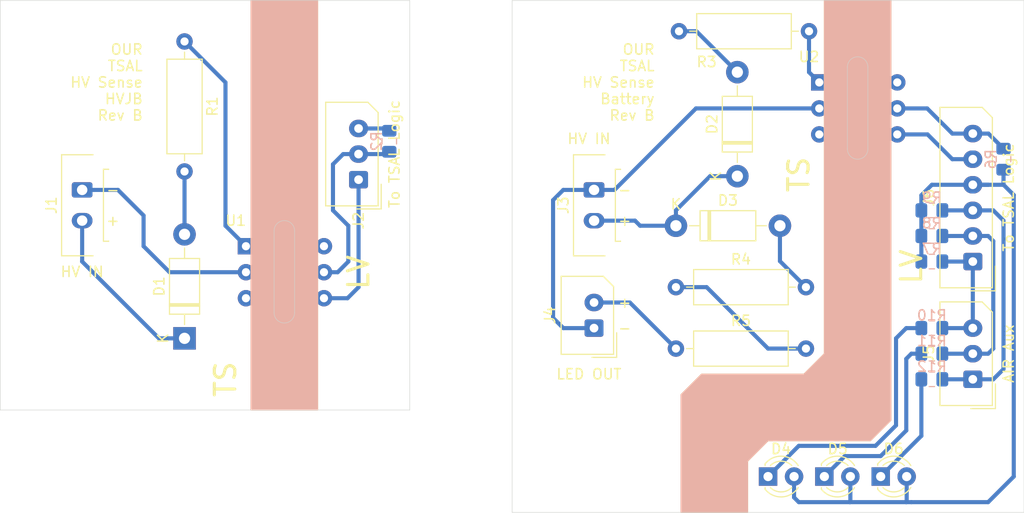
<source format=kicad_pcb>
(kicad_pcb (version 20171130) (host pcbnew 5.1.9)

  (general
    (thickness 1.6)
    (drawings 38)
    (tracks 116)
    (zones 0)
    (modules 34)
    (nets 28)
  )

  (page A4)
  (layers
    (0 F.Cu signal)
    (31 B.Cu signal)
    (32 B.Adhes user hide)
    (33 F.Adhes user hide)
    (34 B.Paste user hide)
    (35 F.Paste user hide)
    (36 B.SilkS user)
    (37 F.SilkS user)
    (38 B.Mask user)
    (39 F.Mask user)
    (40 Dwgs.User user hide)
    (41 Cmts.User user hide)
    (42 Eco1.User user hide)
    (43 Eco2.User user hide)
    (44 Edge.Cuts user)
    (45 Margin user hide)
    (46 B.CrtYd user)
    (47 F.CrtYd user)
    (48 B.Fab user hide)
    (49 F.Fab user hide)
  )

  (setup
    (last_trace_width 0.4)
    (user_trace_width 0.5)
    (trace_clearance 0.4)
    (zone_clearance 0.6)
    (zone_45_only no)
    (trace_min 0.2)
    (via_size 1.4)
    (via_drill 0.7)
    (via_min_size 0.4)
    (via_min_drill 0.3)
    (uvia_size 0.3)
    (uvia_drill 0.1)
    (uvias_allowed no)
    (uvia_min_size 0.2)
    (uvia_min_drill 0.1)
    (edge_width 0.05)
    (segment_width 0.2)
    (pcb_text_width 0.3)
    (pcb_text_size 1.5 1.5)
    (mod_edge_width 0.12)
    (mod_text_size 1 1)
    (mod_text_width 0.15)
    (pad_size 1.5 2.02)
    (pad_drill 1.02)
    (pad_to_mask_clearance 0.051)
    (solder_mask_min_width 0.25)
    (aux_axis_origin 0 0)
    (grid_origin 40 40)
    (visible_elements FFFFFF7F)
    (pcbplotparams
      (layerselection 0x010fc_ffffffff)
      (usegerberextensions false)
      (usegerberattributes false)
      (usegerberadvancedattributes false)
      (creategerberjobfile false)
      (excludeedgelayer true)
      (linewidth 0.100000)
      (plotframeref false)
      (viasonmask false)
      (mode 1)
      (useauxorigin false)
      (hpglpennumber 1)
      (hpglpenspeed 20)
      (hpglpendiameter 15.000000)
      (psnegative false)
      (psa4output false)
      (plotreference true)
      (plotvalue true)
      (plotinvisibletext false)
      (padsonsilk false)
      (subtractmaskfromsilk false)
      (outputformat 1)
      (mirror false)
      (drillshape 1)
      (scaleselection 1)
      (outputdirectory ""))
  )

  (net 0 "")
  (net 1 "Net-(D1-Pad2)")
  (net 2 "Net-(D2-Pad2)")
  (net 3 "Net-(R3-Pad1)")
  (net 4 "Net-(D4-Pad1)")
  (net 5 "Net-(D5-Pad1)")
  (net 6 "Net-(R1-Pad1)")
  (net 7 "Net-(D3-Pad2)")
  (net 8 "Net-(D6-Pad1)")
  (net 9 "Net-(J4-Pad2)")
  (net 10 "Net-(R4-Pad1)")
  (net 11 "Net-(U1-Pad6)")
  (net 12 "Net-(U1-Pad3)")
  (net 13 "Net-(U2-Pad6)")
  (net 14 "Net-(U2-Pad3)")
  (net 15 "Net-(D1-Pad1)")
  (net 16 "Net-(D2-Pad1)")
  (net 17 "Net-(D4-Pad2)")
  (net 18 "Net-(J1-Pad1)")
  (net 19 "Net-(J2-Pad3)")
  (net 20 "Net-(J2-Pad2)")
  (net 21 "Net-(J2-Pad1)")
  (net 22 "Net-(J3-Pad1)")
  (net 23 "Net-(J5-Pad3)")
  (net 24 "Net-(J5-Pad2)")
  (net 25 "Net-(J5-Pad1)")
  (net 26 "Net-(J6-Pad6)")
  (net 27 "Net-(J6-Pad5)")

  (net_class Default "This is the default net class."
    (clearance 0.4)
    (trace_width 0.4)
    (via_dia 1.4)
    (via_drill 0.7)
    (uvia_dia 0.3)
    (uvia_drill 0.1)
    (add_net "Net-(D1-Pad1)")
    (add_net "Net-(D2-Pad1)")
    (add_net "Net-(D3-Pad2)")
    (add_net "Net-(D4-Pad1)")
    (add_net "Net-(D4-Pad2)")
    (add_net "Net-(D5-Pad1)")
    (add_net "Net-(D6-Pad1)")
    (add_net "Net-(J1-Pad1)")
    (add_net "Net-(J2-Pad1)")
    (add_net "Net-(J2-Pad2)")
    (add_net "Net-(J2-Pad3)")
    (add_net "Net-(J3-Pad1)")
    (add_net "Net-(J4-Pad2)")
    (add_net "Net-(J5-Pad1)")
    (add_net "Net-(J5-Pad2)")
    (add_net "Net-(J5-Pad3)")
    (add_net "Net-(J6-Pad5)")
    (add_net "Net-(J6-Pad6)")
    (add_net "Net-(R4-Pad1)")
    (add_net "Net-(U1-Pad3)")
    (add_net "Net-(U1-Pad6)")
    (add_net "Net-(U2-Pad3)")
    (add_net "Net-(U2-Pad6)")
  )

  (net_class HV ""
    (clearance 0.6)
    (trace_width 0.4)
    (via_dia 1.4)
    (via_drill 0.7)
    (uvia_dia 0.3)
    (uvia_drill 0.1)
    (add_net "Net-(D1-Pad2)")
    (add_net "Net-(D2-Pad2)")
    (add_net "Net-(R1-Pad1)")
    (add_net "Net-(R3-Pad1)")
  )

  (module Connector_Molex:Molex_Micro-Fit_3.0_43650-0215_1x02_P3.00mm_Vertical (layer F.Cu) (tedit 602C0862) (tstamp 602C8EF1)
    (at 98.005 58.505 270)
    (descr "Molex Micro-Fit 3.0 Connector System, 43650-0215 (compatible alternatives: 43650-0216, 43650-0217), 2 Pins per row (http://www.molex.com/pdm_docs/sd/436500215_sd.pdf), generated with kicad-footprint-generator")
    (tags "connector Molex Micro-Fit_3.0 vertical")
    (path /5DEBAF62)
    (fp_text reference J3 (at 1.5 3.005 90) (layer F.SilkS)
      (effects (font (size 1 1) (thickness 0.15)))
    )
    (fp_text value Micro-Fit (at 1.5 4.5 90) (layer F.Fab)
      (effects (font (size 1 1) (thickness 0.15)))
    )
    (fp_line (start -2.125 -1.97) (end -2.125 -2.47) (layer F.Fab) (width 0.1))
    (fp_line (start -2.125 -2.47) (end -3.325 -2.47) (layer F.Fab) (width 0.1))
    (fp_line (start -3.325 -2.47) (end -3.325 1.9) (layer F.Fab) (width 0.1))
    (fp_line (start -3.325 1.9) (end 6.325 1.9) (layer F.Fab) (width 0.1))
    (fp_line (start 6.325 1.9) (end 6.325 -2.47) (layer F.Fab) (width 0.1))
    (fp_line (start 6.325 -2.47) (end 5.125 -2.47) (layer F.Fab) (width 0.1))
    (fp_line (start 5.125 -2.47) (end 5.125 -1.97) (layer F.Fab) (width 0.1))
    (fp_line (start 5.125 -1.97) (end -2.125 -1.97) (layer F.Fab) (width 0.1))
    (fp_line (start -3.325 -1.34) (end -2.125 -1.97) (layer F.Fab) (width 0.1))
    (fp_line (start 6.325 -1.34) (end 5.125 -1.97) (layer F.Fab) (width 0.1))
    (fp_line (start 0.8 1.9) (end 0.8 3.3) (layer F.Fab) (width 0.1))
    (fp_line (start 0.8 3.3) (end 2.2 3.3) (layer F.Fab) (width 0.1))
    (fp_line (start 2.2 3.3) (end 2.2 1.9) (layer F.Fab) (width 0.1))
    (fp_line (start -0.5 -1.97) (end 0 -1.262893) (layer F.Fab) (width 0.1))
    (fp_line (start 0 -1.262893) (end 0.5 -1.97) (layer F.Fab) (width 0.1))
    (fp_line (start -3.435 -1.065) (end -3.435 2.01) (layer F.SilkS) (width 0.12))
    (fp_line (start -3.435 2.01) (end 6.435 2.01) (layer F.SilkS) (width 0.12))
    (fp_line (start 6.435 2.01) (end 6.435 -1.065) (layer F.SilkS) (width 0.12))
    (fp_line (start -1.995 -2.58) (end -2.015 -2.58) (layer F.SilkS) (width 0.12))
    (fp_line (start -2.015 -2.58) (end -2.015 -2.08) (layer F.SilkS) (width 0.12))
    (fp_line (start -2.015 -2.08) (end 5.015 -2.08) (layer F.SilkS) (width 0.12))
    (fp_line (start 5.015 -2.08) (end 5.015 -2.58) (layer F.SilkS) (width 0.12))
    (fp_line (start 5.015 -2.58) (end 4.995 -2.58) (layer F.SilkS) (width 0.12))
    (fp_line (start -3.82 -2.97) (end 6.82 -2.97) (layer F.CrtYd) (width 0.05))
    (fp_line (start 6.82 -2.97) (end 6.82 3.8) (layer F.CrtYd) (width 0.05))
    (fp_line (start 6.82 3.8) (end -3.82 3.8) (layer F.CrtYd) (width 0.05))
    (fp_line (start -3.82 3.8) (end -3.82 -2.97) (layer F.CrtYd) (width 0.05))
    (fp_text user %R (at 1.5 1.2 90) (layer F.Fab)
      (effects (font (size 1 1) (thickness 0.15)))
    )
    (pad 2 thru_hole oval (at 3 0 270) (size 1.5 2.02) (drill 1.02) (layers *.Cu *.Mask)
      (net 16 "Net-(D2-Pad1)"))
    (pad 1 thru_hole roundrect (at -0.005 0.005 270) (size 1.5 2.02) (drill 1.02) (layers *.Cu *.Mask) (roundrect_rratio 0.167)
      (net 22 "Net-(J3-Pad1)"))
    (pad "" np_thru_hole circle (at 6 -1.96 270) (size 1.27 1.27) (drill 1.27) (layers *.Cu *.Mask))
    (pad "" np_thru_hole circle (at -3 -1.96 270) (size 1.27 1.27) (drill 1.27) (layers *.Cu *.Mask))
    (model ${KISYS3DMOD}/Connector_Molex.3dshapes/Molex_Micro-Fit_3.0_43650-0215_1x02_P3.00mm_Vertical.wrl
      (at (xyz 0 0 0))
      (scale (xyz 1 1 1))
      (rotate (xyz 0 0 0))
    )
  )

  (module Connector_Molex:Molex_Micro-Fit_3.0_43650-0215_1x02_P3.00mm_Vertical (layer F.Cu) (tedit 5CA3843E) (tstamp 602C8BF9)
    (at 48 58.5 270)
    (descr "Molex Micro-Fit 3.0 Connector System, 43650-0215 (compatible alternatives: 43650-0216, 43650-0217), 2 Pins per row (http://www.molex.com/pdm_docs/sd/436500215_sd.pdf), generated with kicad-footprint-generator")
    (tags "connector Molex Micro-Fit_3.0 vertical")
    (path /5E460E8B)
    (fp_text reference J1 (at 1.5 3 90) (layer F.SilkS)
      (effects (font (size 1 1) (thickness 0.15)))
    )
    (fp_text value Micro-Fit (at 1.5 4.5 90) (layer F.Fab)
      (effects (font (size 1 1) (thickness 0.15)))
    )
    (fp_line (start -2.125 -1.97) (end -2.125 -2.47) (layer F.Fab) (width 0.1))
    (fp_line (start -2.125 -2.47) (end -3.325 -2.47) (layer F.Fab) (width 0.1))
    (fp_line (start -3.325 -2.47) (end -3.325 1.9) (layer F.Fab) (width 0.1))
    (fp_line (start -3.325 1.9) (end 6.325 1.9) (layer F.Fab) (width 0.1))
    (fp_line (start 6.325 1.9) (end 6.325 -2.47) (layer F.Fab) (width 0.1))
    (fp_line (start 6.325 -2.47) (end 5.125 -2.47) (layer F.Fab) (width 0.1))
    (fp_line (start 5.125 -2.47) (end 5.125 -1.97) (layer F.Fab) (width 0.1))
    (fp_line (start 5.125 -1.97) (end -2.125 -1.97) (layer F.Fab) (width 0.1))
    (fp_line (start -3.325 -1.34) (end -2.125 -1.97) (layer F.Fab) (width 0.1))
    (fp_line (start 6.325 -1.34) (end 5.125 -1.97) (layer F.Fab) (width 0.1))
    (fp_line (start 0.8 1.9) (end 0.8 3.3) (layer F.Fab) (width 0.1))
    (fp_line (start 0.8 3.3) (end 2.2 3.3) (layer F.Fab) (width 0.1))
    (fp_line (start 2.2 3.3) (end 2.2 1.9) (layer F.Fab) (width 0.1))
    (fp_line (start -0.5 -1.97) (end 0 -1.262893) (layer F.Fab) (width 0.1))
    (fp_line (start 0 -1.262893) (end 0.5 -1.97) (layer F.Fab) (width 0.1))
    (fp_line (start -3.435 -1.065) (end -3.435 2.01) (layer F.SilkS) (width 0.12))
    (fp_line (start -3.435 2.01) (end 6.435 2.01) (layer F.SilkS) (width 0.12))
    (fp_line (start 6.435 2.01) (end 6.435 -1.065) (layer F.SilkS) (width 0.12))
    (fp_line (start -1.995 -2.58) (end -2.015 -2.58) (layer F.SilkS) (width 0.12))
    (fp_line (start -2.015 -2.58) (end -2.015 -2.08) (layer F.SilkS) (width 0.12))
    (fp_line (start -2.015 -2.08) (end 5.015 -2.08) (layer F.SilkS) (width 0.12))
    (fp_line (start 5.015 -2.08) (end 5.015 -2.58) (layer F.SilkS) (width 0.12))
    (fp_line (start 5.015 -2.58) (end 4.995 -2.58) (layer F.SilkS) (width 0.12))
    (fp_line (start -3.82 -2.97) (end 6.82 -2.97) (layer F.CrtYd) (width 0.05))
    (fp_line (start 6.82 -2.97) (end 6.82 3.8) (layer F.CrtYd) (width 0.05))
    (fp_line (start 6.82 3.8) (end -3.82 3.8) (layer F.CrtYd) (width 0.05))
    (fp_line (start -3.82 3.8) (end -3.82 -2.97) (layer F.CrtYd) (width 0.05))
    (fp_text user %R (at 1.5 1.2 90) (layer F.Fab)
      (effects (font (size 1 1) (thickness 0.15)))
    )
    (pad 2 thru_hole oval (at 3 0 270) (size 1.5 2.02) (drill 1.02) (layers *.Cu *.Mask)
      (net 15 "Net-(D1-Pad1)"))
    (pad 1 thru_hole roundrect (at 0 0 270) (size 1.5 2.02) (drill 1.02) (layers *.Cu *.Mask) (roundrect_rratio 0.166667)
      (net 18 "Net-(J1-Pad1)"))
    (pad "" np_thru_hole circle (at 6 -1.96 270) (size 1.27 1.27) (drill 1.27) (layers *.Cu *.Mask))
    (pad "" np_thru_hole circle (at -3 -1.96 270) (size 1.27 1.27) (drill 1.27) (layers *.Cu *.Mask))
    (model ${KISYS3DMOD}/Connector_Molex.3dshapes/Molex_Micro-Fit_3.0_43650-0215_1x02_P3.00mm_Vertical.wrl
      (at (xyz 0 0 0))
      (scale (xyz 1 1 1))
      (rotate (xyz 0 0 0))
    )
  )

  (module MountingHole:MountingHole_3.2mm_M3 locked (layer F.Cu) (tedit 56D1B4CB) (tstamp 5E4DE63A)
    (at 45 45)
    (descr "Mounting Hole 3.2mm, no annular, M3")
    (tags "mounting hole 3.2mm no annular m3")
    (clearance 6.4)
    (attr virtual)
    (fp_text reference " " (at 0 -4.2) (layer F.SilkS)
      (effects (font (size 1 1) (thickness 0.15)))
    )
    (fp_text value MountingHole_3.2mm_M3 (at 0 4.2) (layer F.Fab)
      (effects (font (size 1 1) (thickness 0.15)))
    )
    (fp_circle (center 0 0) (end 3.2 0) (layer Cmts.User) (width 0.15))
    (fp_circle (center 0 0) (end 3.45 0) (layer F.CrtYd) (width 0.05))
    (fp_text user %R (at 0.3 0) (layer F.Fab)
      (effects (font (size 1 1) (thickness 0.15)))
    )
    (pad 1 np_thru_hole circle (at 0 0) (size 3.2 3.2) (drill 3.2) (layers *.Cu *.Mask))
  )

  (module Resistor_THT:R_Axial_DIN0309_L9.0mm_D3.2mm_P12.70mm_Horizontal (layer F.Cu) (tedit 5AE5139B) (tstamp 5E4DDFFC)
    (at 106 74)
    (descr "Resistor, Axial_DIN0309 series, Axial, Horizontal, pin pitch=12.7mm, 0.5W = 1/2W, length*diameter=9*3.2mm^2, http://cdn-reichelt.de/documents/datenblatt/B400/1_4W%23YAG.pdf")
    (tags "Resistor Axial_DIN0309 series Axial Horizontal pin pitch 12.7mm 0.5W = 1/2W length 9mm diameter 3.2mm")
    (path /5E4D902A)
    (fp_text reference R5 (at 6.35 -2.72) (layer F.SilkS)
      (effects (font (size 1 1) (thickness 0.15)))
    )
    (fp_text value 2k (at 6.35 2.72) (layer F.Fab)
      (effects (font (size 1 1) (thickness 0.15)))
    )
    (fp_line (start 1.85 -1.6) (end 1.85 1.6) (layer F.Fab) (width 0.1))
    (fp_line (start 1.85 1.6) (end 10.85 1.6) (layer F.Fab) (width 0.1))
    (fp_line (start 10.85 1.6) (end 10.85 -1.6) (layer F.Fab) (width 0.1))
    (fp_line (start 10.85 -1.6) (end 1.85 -1.6) (layer F.Fab) (width 0.1))
    (fp_line (start 0 0) (end 1.85 0) (layer F.Fab) (width 0.1))
    (fp_line (start 12.7 0) (end 10.85 0) (layer F.Fab) (width 0.1))
    (fp_line (start 1.73 -1.72) (end 1.73 1.72) (layer F.SilkS) (width 0.12))
    (fp_line (start 1.73 1.72) (end 10.97 1.72) (layer F.SilkS) (width 0.12))
    (fp_line (start 10.97 1.72) (end 10.97 -1.72) (layer F.SilkS) (width 0.12))
    (fp_line (start 10.97 -1.72) (end 1.73 -1.72) (layer F.SilkS) (width 0.12))
    (fp_line (start 1.04 0) (end 1.73 0) (layer F.SilkS) (width 0.12))
    (fp_line (start 11.66 0) (end 10.97 0) (layer F.SilkS) (width 0.12))
    (fp_line (start -1.05 -1.85) (end -1.05 1.85) (layer F.CrtYd) (width 0.05))
    (fp_line (start -1.05 1.85) (end 13.75 1.85) (layer F.CrtYd) (width 0.05))
    (fp_line (start 13.75 1.85) (end 13.75 -1.85) (layer F.CrtYd) (width 0.05))
    (fp_line (start 13.75 -1.85) (end -1.05 -1.85) (layer F.CrtYd) (width 0.05))
    (fp_text user %R (at 6.35 0) (layer F.Fab)
      (effects (font (size 1 1) (thickness 0.15)))
    )
    (pad 2 thru_hole oval (at 12.7 0) (size 1.6 1.6) (drill 0.8) (layers *.Cu *.Mask)
      (net 10 "Net-(R4-Pad1)"))
    (pad 1 thru_hole circle (at 0 0) (size 1.6 1.6) (drill 0.8) (layers *.Cu *.Mask)
      (net 9 "Net-(J4-Pad2)"))
    (model ${KISYS3DMOD}/Resistor_THT.3dshapes/R_Axial_DIN0309_L9.0mm_D3.2mm_P12.70mm_Horizontal.wrl
      (at (xyz 0 0 0))
      (scale (xyz 1 1 1))
      (rotate (xyz 0 0 0))
    )
  )

  (module Resistor_THT:R_Axial_DIN0309_L9.0mm_D3.2mm_P12.70mm_Horizontal (layer F.Cu) (tedit 5AE5139B) (tstamp 5E4DDFE5)
    (at 106 68)
    (descr "Resistor, Axial_DIN0309 series, Axial, Horizontal, pin pitch=12.7mm, 0.5W = 1/2W, length*diameter=9*3.2mm^2, http://cdn-reichelt.de/documents/datenblatt/B400/1_4W%23YAG.pdf")
    (tags "Resistor Axial_DIN0309 series Axial Horizontal pin pitch 12.7mm 0.5W = 1/2W length 9mm diameter 3.2mm")
    (path /5E37A80A)
    (fp_text reference R4 (at 6.35 -2.72) (layer F.SilkS)
      (effects (font (size 1 1) (thickness 0.15)))
    )
    (fp_text value 2k (at 6.35 2.72) (layer F.Fab)
      (effects (font (size 1 1) (thickness 0.15)))
    )
    (fp_line (start 1.85 -1.6) (end 1.85 1.6) (layer F.Fab) (width 0.1))
    (fp_line (start 1.85 1.6) (end 10.85 1.6) (layer F.Fab) (width 0.1))
    (fp_line (start 10.85 1.6) (end 10.85 -1.6) (layer F.Fab) (width 0.1))
    (fp_line (start 10.85 -1.6) (end 1.85 -1.6) (layer F.Fab) (width 0.1))
    (fp_line (start 0 0) (end 1.85 0) (layer F.Fab) (width 0.1))
    (fp_line (start 12.7 0) (end 10.85 0) (layer F.Fab) (width 0.1))
    (fp_line (start 1.73 -1.72) (end 1.73 1.72) (layer F.SilkS) (width 0.12))
    (fp_line (start 1.73 1.72) (end 10.97 1.72) (layer F.SilkS) (width 0.12))
    (fp_line (start 10.97 1.72) (end 10.97 -1.72) (layer F.SilkS) (width 0.12))
    (fp_line (start 10.97 -1.72) (end 1.73 -1.72) (layer F.SilkS) (width 0.12))
    (fp_line (start 1.04 0) (end 1.73 0) (layer F.SilkS) (width 0.12))
    (fp_line (start 11.66 0) (end 10.97 0) (layer F.SilkS) (width 0.12))
    (fp_line (start -1.05 -1.85) (end -1.05 1.85) (layer F.CrtYd) (width 0.05))
    (fp_line (start -1.05 1.85) (end 13.75 1.85) (layer F.CrtYd) (width 0.05))
    (fp_line (start 13.75 1.85) (end 13.75 -1.85) (layer F.CrtYd) (width 0.05))
    (fp_line (start 13.75 -1.85) (end -1.05 -1.85) (layer F.CrtYd) (width 0.05))
    (fp_text user %R (at 6.35 0) (layer F.Fab)
      (effects (font (size 1 1) (thickness 0.15)))
    )
    (pad 2 thru_hole oval (at 12.7 0) (size 1.6 1.6) (drill 0.8) (layers *.Cu *.Mask)
      (net 7 "Net-(D3-Pad2)"))
    (pad 1 thru_hole circle (at 0 0) (size 1.6 1.6) (drill 0.8) (layers *.Cu *.Mask)
      (net 10 "Net-(R4-Pad1)"))
    (model ${KISYS3DMOD}/Resistor_THT.3dshapes/R_Axial_DIN0309_L9.0mm_D3.2mm_P12.70mm_Horizontal.wrl
      (at (xyz 0 0 0))
      (scale (xyz 1 1 1))
      (rotate (xyz 0 0 0))
    )
  )

  (module Diode_THT:D_DO-41_SOD81_P10.16mm_Horizontal (layer F.Cu) (tedit 5E3C5678) (tstamp 5E413F35)
    (at 106 62)
    (descr "Diode, DO-41_SOD81 series, Axial, Horizontal, pin pitch=10.16mm, , length*diameter=5.2*2.7mm^2, , http://www.diodes.com/_files/packages/DO-41%20(Plastic).pdf")
    (tags "Diode DO-41_SOD81 series Axial Horizontal pin pitch 10.16mm  length 5.2mm diameter 2.7mm")
    (path /5E428EFE)
    (fp_text reference D3 (at 5.08 -2.47) (layer F.SilkS)
      (effects (font (size 1 1) (thickness 0.15)))
    )
    (fp_text value 33V (at 5.08 2.47) (layer F.Fab)
      (effects (font (size 1 1) (thickness 0.15)))
    )
    (fp_line (start 2.48 -1.35) (end 2.48 1.35) (layer F.Fab) (width 0.1))
    (fp_line (start 2.48 1.35) (end 7.68 1.35) (layer F.Fab) (width 0.1))
    (fp_line (start 7.68 1.35) (end 7.68 -1.35) (layer F.Fab) (width 0.1))
    (fp_line (start 7.68 -1.35) (end 2.48 -1.35) (layer F.Fab) (width 0.1))
    (fp_line (start 0 0) (end 2.48 0) (layer F.Fab) (width 0.1))
    (fp_line (start 10.16 0) (end 7.68 0) (layer F.Fab) (width 0.1))
    (fp_line (start 3.26 -1.35) (end 3.26 1.35) (layer F.Fab) (width 0.1))
    (fp_line (start 3.36 -1.35) (end 3.36 1.35) (layer F.Fab) (width 0.1))
    (fp_line (start 3.16 -1.35) (end 3.16 1.35) (layer F.Fab) (width 0.1))
    (fp_line (start 2.36 -1.47) (end 2.36 1.47) (layer F.SilkS) (width 0.12))
    (fp_line (start 2.36 1.47) (end 7.8 1.47) (layer F.SilkS) (width 0.12))
    (fp_line (start 7.8 1.47) (end 7.8 -1.47) (layer F.SilkS) (width 0.12))
    (fp_line (start 7.8 -1.47) (end 2.36 -1.47) (layer F.SilkS) (width 0.12))
    (fp_line (start 1.34 0) (end 2.36 0) (layer F.SilkS) (width 0.12))
    (fp_line (start 8.82 0) (end 7.8 0) (layer F.SilkS) (width 0.12))
    (fp_line (start 3.26 -1.47) (end 3.26 1.47) (layer F.SilkS) (width 0.12))
    (fp_line (start 3.38 -1.47) (end 3.38 1.47) (layer F.SilkS) (width 0.12))
    (fp_line (start 3.14 -1.47) (end 3.14 1.47) (layer F.SilkS) (width 0.12))
    (fp_line (start -1.35 -1.6) (end -1.35 1.6) (layer F.CrtYd) (width 0.05))
    (fp_line (start -1.35 1.6) (end 11.51 1.6) (layer F.CrtYd) (width 0.05))
    (fp_line (start 11.51 1.6) (end 11.51 -1.6) (layer F.CrtYd) (width 0.05))
    (fp_line (start 11.51 -1.6) (end -1.35 -1.6) (layer F.CrtYd) (width 0.05))
    (fp_text user K (at 0 -2.1) (layer F.SilkS)
      (effects (font (size 1 1) (thickness 0.15)))
    )
    (fp_text user K (at 0 -2.1) (layer F.Fab)
      (effects (font (size 1 1) (thickness 0.15)))
    )
    (fp_text user %R (at 5.47 0) (layer F.Fab)
      (effects (font (size 1 1) (thickness 0.15)))
    )
    (pad 2 thru_hole oval (at 10.16 0) (size 2.2 2.2) (drill 1.1) (layers *.Cu *.Mask)
      (net 7 "Net-(D3-Pad2)"))
    (pad 1 thru_hole circle (at 0 0) (size 2.2 2.2) (drill 1.1) (layers *.Cu *.Mask)
      (net 16 "Net-(D2-Pad1)"))
    (model ${KISYS3DMOD}/Diode_THT.3dshapes/D_DO-41_SOD81_P10.16mm_Horizontal.wrl
      (at (xyz 0 0 0))
      (scale (xyz 1 1 1))
      (rotate (xyz 0 0 0))
    )
  )

  (module LED_THT:LED_D3.0mm (layer F.Cu) (tedit 587A3A7B) (tstamp 5E4D6046)
    (at 115 86.5)
    (descr "LED, diameter 3.0mm, 2 pins")
    (tags "LED diameter 3.0mm 2 pins")
    (path /5E3D5D84)
    (fp_text reference D4 (at 1.27 -2.7) (layer F.SilkS)
      (effects (font (size 1 1) (thickness 0.15)))
    )
    (fp_text value LED (at 1.27 2.96) (layer F.Fab)
      (effects (font (size 1 1) (thickness 0.15)))
    )
    (fp_circle (center 1.27 0) (end 2.77 0) (layer F.Fab) (width 0.1))
    (fp_line (start -0.23 -1.16619) (end -0.23 1.16619) (layer F.Fab) (width 0.1))
    (fp_line (start -0.29 -1.236) (end -0.29 -1.08) (layer F.SilkS) (width 0.12))
    (fp_line (start -0.29 1.08) (end -0.29 1.236) (layer F.SilkS) (width 0.12))
    (fp_line (start -1.15 -2.25) (end -1.15 2.25) (layer F.CrtYd) (width 0.05))
    (fp_line (start -1.15 2.25) (end 3.7 2.25) (layer F.CrtYd) (width 0.05))
    (fp_line (start 3.7 2.25) (end 3.7 -2.25) (layer F.CrtYd) (width 0.05))
    (fp_line (start 3.7 -2.25) (end -1.15 -2.25) (layer F.CrtYd) (width 0.05))
    (fp_arc (start 1.27 0) (end 0.229039 1.08) (angle -87.9) (layer F.SilkS) (width 0.12))
    (fp_arc (start 1.27 0) (end 0.229039 -1.08) (angle 87.9) (layer F.SilkS) (width 0.12))
    (fp_arc (start 1.27 0) (end -0.29 1.235516) (angle -108.8) (layer F.SilkS) (width 0.12))
    (fp_arc (start 1.27 0) (end -0.29 -1.235516) (angle 108.8) (layer F.SilkS) (width 0.12))
    (fp_arc (start 1.27 0) (end -0.23 -1.16619) (angle 284.3) (layer F.Fab) (width 0.1))
    (pad 2 thru_hole circle (at 2.54 0) (size 1.8 1.8) (drill 0.9) (layers *.Cu *.Mask)
      (net 17 "Net-(D4-Pad2)"))
    (pad 1 thru_hole rect (at 0 0) (size 1.8 1.8) (drill 0.9) (layers *.Cu *.Mask)
      (net 4 "Net-(D4-Pad1)"))
    (model ${KISYS3DMOD}/LED_THT.3dshapes/LED_D3.0mm.wrl
      (at (xyz 0 0 0))
      (scale (xyz 1 1 1))
      (rotate (xyz 0 0 0))
    )
  )

  (module Connector_Molex:Molex_SPOX_5267-03A_1x03_P2.50mm_Vertical (layer F.Cu) (tedit 5B7833F7) (tstamp 5E3CBB42)
    (at 135 77 90)
    (descr "Molex SPOX Connector System, 5267-03A, 3 Pins per row (http://www.molex.com/pdm_docs/sd/022035035_sd.pdf), generated with kicad-footprint-generator")
    (tags "connector Molex SPOX side entry")
    (path /5DEBEFA0)
    (fp_text reference J5 (at 2.5 -4.3 90) (layer F.SilkS)
      (effects (font (size 1 1) (thickness 0.15)))
    )
    (fp_text value Mini-SPOX (at 2.5 3 90) (layer F.Fab)
      (effects (font (size 1 1) (thickness 0.15)))
    )
    (fp_line (start -2.45 -3.1) (end -2.45 1.8) (layer F.Fab) (width 0.1))
    (fp_line (start -2.45 1.8) (end 6.45 1.8) (layer F.Fab) (width 0.1))
    (fp_line (start 6.45 1.8) (end 7.45 0.8) (layer F.Fab) (width 0.1))
    (fp_line (start 7.45 0.8) (end 7.45 -3.1) (layer F.Fab) (width 0.1))
    (fp_line (start 7.45 -3.1) (end -2.45 -3.1) (layer F.Fab) (width 0.1))
    (fp_line (start -2.56 -3.21) (end -2.56 1.91) (layer F.SilkS) (width 0.12))
    (fp_line (start -2.56 1.91) (end 6.56 1.91) (layer F.SilkS) (width 0.12))
    (fp_line (start 6.56 1.91) (end 7.56 0.91) (layer F.SilkS) (width 0.12))
    (fp_line (start 7.56 0.91) (end 7.56 -3.21) (layer F.SilkS) (width 0.12))
    (fp_line (start 7.56 -3.21) (end -2.56 -3.21) (layer F.SilkS) (width 0.12))
    (fp_line (start -2.86 -0.2) (end -2.86 2.21) (layer F.SilkS) (width 0.12))
    (fp_line (start -2.86 2.21) (end -0.45 2.21) (layer F.SilkS) (width 0.12))
    (fp_line (start -0.5 1.8) (end 0 1.092893) (layer F.Fab) (width 0.1))
    (fp_line (start 0 1.092893) (end 0.5 1.8) (layer F.Fab) (width 0.1))
    (fp_line (start -2.95 -3.6) (end -2.95 2.3) (layer F.CrtYd) (width 0.05))
    (fp_line (start -2.95 2.3) (end 6.95 2.3) (layer F.CrtYd) (width 0.05))
    (fp_line (start 6.95 2.3) (end 7.95 1.3) (layer F.CrtYd) (width 0.05))
    (fp_line (start 7.95 1.3) (end 7.95 -3.6) (layer F.CrtYd) (width 0.05))
    (fp_line (start 7.95 -3.6) (end -2.95 -3.6) (layer F.CrtYd) (width 0.05))
    (fp_text user %R (at 2.5 -2.4 90) (layer F.Fab)
      (effects (font (size 1 1) (thickness 0.15)))
    )
    (pad 3 thru_hole oval (at 5 0 90) (size 1.7 1.85) (drill 0.85) (layers *.Cu *.Mask)
      (net 23 "Net-(J5-Pad3)"))
    (pad 2 thru_hole oval (at 2.5 0 90) (size 1.7 1.85) (drill 0.85) (layers *.Cu *.Mask)
      (net 24 "Net-(J5-Pad2)"))
    (pad 1 thru_hole roundrect (at 0 0 90) (size 1.7 1.85) (drill 0.85) (layers *.Cu *.Mask) (roundrect_rratio 0.147059)
      (net 25 "Net-(J5-Pad1)"))
    (model ${KIPRJMOD}/3d/Molex_SPOX_5267-03A_1x03_P2.50mm_Vertical.wrl
      (at (xyz 0 0 0))
      (scale (xyz 1 1 1))
      (rotate (xyz 0 0 0))
    )
  )

  (module Connector_Molex:Molex_SPOX_5267-06A_1x06_P2.50mm_Vertical (layer F.Cu) (tedit 5B7833F7) (tstamp 5E410A24)
    (at 135 65.5 90)
    (descr "Molex SPOX Connector System, 5267-06A, 6 Pins per row (http://www.molex.com/pdm_docs/sd/022035035_sd.pdf), generated with kicad-footprint-generator")
    (tags "connector Molex SPOX side entry")
    (path /5DEBE41E)
    (fp_text reference J6 (at 6.25 -4.3 90) (layer F.SilkS)
      (effects (font (size 1 1) (thickness 0.15)))
    )
    (fp_text value Mini-SPOX (at 6.25 3 90) (layer F.Fab)
      (effects (font (size 1 1) (thickness 0.15)))
    )
    (fp_line (start -2.45 -3.1) (end -2.45 1.8) (layer F.Fab) (width 0.1))
    (fp_line (start -2.45 1.8) (end 13.95 1.8) (layer F.Fab) (width 0.1))
    (fp_line (start 13.95 1.8) (end 14.95 0.8) (layer F.Fab) (width 0.1))
    (fp_line (start 14.95 0.8) (end 14.95 -3.1) (layer F.Fab) (width 0.1))
    (fp_line (start 14.95 -3.1) (end -2.45 -3.1) (layer F.Fab) (width 0.1))
    (fp_line (start -2.56 -3.21) (end -2.56 1.91) (layer F.SilkS) (width 0.12))
    (fp_line (start -2.56 1.91) (end 14.06 1.91) (layer F.SilkS) (width 0.12))
    (fp_line (start 14.06 1.91) (end 15.06 0.91) (layer F.SilkS) (width 0.12))
    (fp_line (start 15.06 0.91) (end 15.06 -3.21) (layer F.SilkS) (width 0.12))
    (fp_line (start 15.06 -3.21) (end -2.56 -3.21) (layer F.SilkS) (width 0.12))
    (fp_line (start -2.86 -0.2) (end -2.86 2.21) (layer F.SilkS) (width 0.12))
    (fp_line (start -2.86 2.21) (end -0.45 2.21) (layer F.SilkS) (width 0.12))
    (fp_line (start -0.5 1.8) (end 0 1.092893) (layer F.Fab) (width 0.1))
    (fp_line (start 0 1.092893) (end 0.5 1.8) (layer F.Fab) (width 0.1))
    (fp_line (start -2.95 -3.6) (end -2.95 2.3) (layer F.CrtYd) (width 0.05))
    (fp_line (start -2.95 2.3) (end 14.45 2.3) (layer F.CrtYd) (width 0.05))
    (fp_line (start 14.45 2.3) (end 15.45 1.3) (layer F.CrtYd) (width 0.05))
    (fp_line (start 15.45 1.3) (end 15.45 -3.6) (layer F.CrtYd) (width 0.05))
    (fp_line (start 15.45 -3.6) (end -2.95 -3.6) (layer F.CrtYd) (width 0.05))
    (fp_text user %R (at 6.25 -2.4 90) (layer F.Fab)
      (effects (font (size 1 1) (thickness 0.15)))
    )
    (pad 6 thru_hole oval (at 12.5 0 90) (size 1.7 1.85) (drill 0.85) (layers *.Cu *.Mask)
      (net 26 "Net-(J6-Pad6)"))
    (pad 5 thru_hole oval (at 10 0 90) (size 1.7 1.85) (drill 0.85) (layers *.Cu *.Mask)
      (net 27 "Net-(J6-Pad5)"))
    (pad 4 thru_hole oval (at 7.5 0 90) (size 1.7 1.85) (drill 0.85) (layers *.Cu *.Mask)
      (net 17 "Net-(D4-Pad2)"))
    (pad 3 thru_hole oval (at 5 0 90) (size 1.7 1.85) (drill 0.85) (layers *.Cu *.Mask)
      (net 25 "Net-(J5-Pad1)"))
    (pad 2 thru_hole oval (at 2.5 0 90) (size 1.7 1.85) (drill 0.85) (layers *.Cu *.Mask)
      (net 24 "Net-(J5-Pad2)"))
    (pad 1 thru_hole roundrect (at 0 0 90) (size 1.7 1.85) (drill 0.85) (layers *.Cu *.Mask) (roundrect_rratio 0.147059)
      (net 23 "Net-(J5-Pad3)"))
    (model ${KIPRJMOD}/3d/Molex_SPOX_5267-06A_1x06_P2.50mm_Vertical.wrl
      (at (xyz 0 0 0))
      (scale (xyz 1 1 1))
      (rotate (xyz 0 0 0))
    )
  )

  (module Connector_Molex:Molex_SPOX_5267-02A_1x02_P2.50mm_Vertical (layer F.Cu) (tedit 5B7833F7) (tstamp 5E3CC88C)
    (at 98 72 90)
    (descr "Molex SPOX Connector System, 5267-02A, 2 Pins per row (http://www.molex.com/pdm_docs/sd/022035035_sd.pdf), generated with kicad-footprint-generator")
    (tags "connector Molex SPOX side entry")
    (path /5E381B19)
    (fp_text reference J4 (at 1.25 -4.3 90) (layer F.SilkS)
      (effects (font (size 1 1) (thickness 0.15)))
    )
    (fp_text value Mini-SPOX (at 1.25 3 90) (layer F.Fab)
      (effects (font (size 1 1) (thickness 0.15)))
    )
    (fp_line (start -2.45 -3.1) (end -2.45 1.8) (layer F.Fab) (width 0.1))
    (fp_line (start -2.45 1.8) (end 3.95 1.8) (layer F.Fab) (width 0.1))
    (fp_line (start 3.95 1.8) (end 4.95 0.8) (layer F.Fab) (width 0.1))
    (fp_line (start 4.95 0.8) (end 4.95 -3.1) (layer F.Fab) (width 0.1))
    (fp_line (start 4.95 -3.1) (end -2.45 -3.1) (layer F.Fab) (width 0.1))
    (fp_line (start -2.56 -3.21) (end -2.56 1.91) (layer F.SilkS) (width 0.12))
    (fp_line (start -2.56 1.91) (end 4.06 1.91) (layer F.SilkS) (width 0.12))
    (fp_line (start 4.06 1.91) (end 5.06 0.91) (layer F.SilkS) (width 0.12))
    (fp_line (start 5.06 0.91) (end 5.06 -3.21) (layer F.SilkS) (width 0.12))
    (fp_line (start 5.06 -3.21) (end -2.56 -3.21) (layer F.SilkS) (width 0.12))
    (fp_line (start -2.86 -0.2) (end -2.86 2.21) (layer F.SilkS) (width 0.12))
    (fp_line (start -2.86 2.21) (end -0.45 2.21) (layer F.SilkS) (width 0.12))
    (fp_line (start -0.5 1.8) (end 0 1.092893) (layer F.Fab) (width 0.1))
    (fp_line (start 0 1.092893) (end 0.5 1.8) (layer F.Fab) (width 0.1))
    (fp_line (start -2.95 -3.6) (end -2.95 2.3) (layer F.CrtYd) (width 0.05))
    (fp_line (start -2.95 2.3) (end 4.45 2.3) (layer F.CrtYd) (width 0.05))
    (fp_line (start 4.45 2.3) (end 5.45 1.3) (layer F.CrtYd) (width 0.05))
    (fp_line (start 5.45 1.3) (end 5.45 -3.6) (layer F.CrtYd) (width 0.05))
    (fp_line (start 5.45 -3.6) (end -2.95 -3.6) (layer F.CrtYd) (width 0.05))
    (fp_text user %R (at 1.25 -2.4 90) (layer F.Fab)
      (effects (font (size 1 1) (thickness 0.15)))
    )
    (pad 2 thru_hole oval (at 2.5 0 90) (size 1.7 1.85) (drill 0.85) (layers *.Cu *.Mask)
      (net 9 "Net-(J4-Pad2)"))
    (pad 1 thru_hole roundrect (at 0 0 90) (size 1.7 1.85) (drill 0.85) (layers *.Cu *.Mask) (roundrect_rratio 0.147059)
      (net 22 "Net-(J3-Pad1)"))
    (model ${KIPRJMOD}/3d/Molex_SPOX_5267-02A_1x02_P2.50mm_Vertical.wrl
      (at (xyz 0 0 0))
      (scale (xyz 1 1 1))
      (rotate (xyz 0 0 0))
    )
  )

  (module Resistor_SMD:R_0805_2012Metric_Pad1.15x1.40mm_HandSolder (layer B.Cu) (tedit 5B36C52B) (tstamp 5E3CB9DA)
    (at 138 55.5 270)
    (descr "Resistor SMD 0805 (2012 Metric), square (rectangular) end terminal, IPC_7351 nominal with elongated pad for handsoldering. (Body size source: https://docs.google.com/spreadsheets/d/1BsfQQcO9C6DZCsRaXUlFlo91Tg2WpOkGARC1WS5S8t0/edit?usp=sharing), generated with kicad-footprint-generator")
    (tags "resistor handsolder")
    (path /5DEE1A7B)
    (attr smd)
    (fp_text reference R6 (at 0 1.25 270) (layer B.SilkS)
      (effects (font (size 1 1) (thickness 0.15)) (justify mirror))
    )
    (fp_text value 10k (at 0 -1.65 270) (layer B.Fab)
      (effects (font (size 1 1) (thickness 0.15)) (justify mirror))
    )
    (fp_line (start -1 -0.6) (end -1 0.6) (layer B.Fab) (width 0.1))
    (fp_line (start -1 0.6) (end 1 0.6) (layer B.Fab) (width 0.1))
    (fp_line (start 1 0.6) (end 1 -0.6) (layer B.Fab) (width 0.1))
    (fp_line (start 1 -0.6) (end -1 -0.6) (layer B.Fab) (width 0.1))
    (fp_line (start -0.261252 0.71) (end 0.261252 0.71) (layer B.SilkS) (width 0.12))
    (fp_line (start -0.261252 -0.71) (end 0.261252 -0.71) (layer B.SilkS) (width 0.12))
    (fp_line (start -1.85 -0.95) (end -1.85 0.95) (layer B.CrtYd) (width 0.05))
    (fp_line (start -1.85 0.95) (end 1.85 0.95) (layer B.CrtYd) (width 0.05))
    (fp_line (start 1.85 0.95) (end 1.85 -0.95) (layer B.CrtYd) (width 0.05))
    (fp_line (start 1.85 -0.95) (end -1.85 -0.95) (layer B.CrtYd) (width 0.05))
    (fp_text user %R (at 0 0 270) (layer B.Fab)
      (effects (font (size 0.5 0.5) (thickness 0.08)) (justify mirror))
    )
    (pad 2 smd roundrect (at 1.025 0 270) (size 1.15 1.4) (layers B.Cu B.Paste B.Mask) (roundrect_rratio 0.217391)
      (net 17 "Net-(D4-Pad2)"))
    (pad 1 smd roundrect (at -1.025 0 270) (size 1.15 1.4) (layers B.Cu B.Paste B.Mask) (roundrect_rratio 0.217391)
      (net 26 "Net-(J6-Pad6)"))
    (model ${KISYS3DMOD}/Resistor_SMD.3dshapes/R_0805_2012Metric.wrl
      (at (xyz 0 0 0))
      (scale (xyz 1 1 1))
      (rotate (xyz 0 0 0))
    )
  )

  (module Resistor_SMD:R_0805_2012Metric_Pad1.15x1.40mm_HandSolder (layer B.Cu) (tedit 5B36C52B) (tstamp 5E41232A)
    (at 131 65.5)
    (descr "Resistor SMD 0805 (2012 Metric), square (rectangular) end terminal, IPC_7351 nominal with elongated pad for handsoldering. (Body size source: https://docs.google.com/spreadsheets/d/1BsfQQcO9C6DZCsRaXUlFlo91Tg2WpOkGARC1WS5S8t0/edit?usp=sharing), generated with kicad-footprint-generator")
    (tags "resistor handsolder")
    (path /5DECB06C)
    (attr smd)
    (fp_text reference R7 (at 0 -1.25) (layer B.SilkS)
      (effects (font (size 1 1) (thickness 0.15)) (justify mirror))
    )
    (fp_text value 10k (at 0 -1.65) (layer B.Fab)
      (effects (font (size 1 1) (thickness 0.15)) (justify mirror))
    )
    (fp_line (start -1 -0.6) (end -1 0.6) (layer B.Fab) (width 0.1))
    (fp_line (start -1 0.6) (end 1 0.6) (layer B.Fab) (width 0.1))
    (fp_line (start 1 0.6) (end 1 -0.6) (layer B.Fab) (width 0.1))
    (fp_line (start 1 -0.6) (end -1 -0.6) (layer B.Fab) (width 0.1))
    (fp_line (start -0.261252 0.71) (end 0.261252 0.71) (layer B.SilkS) (width 0.12))
    (fp_line (start -0.261252 -0.71) (end 0.261252 -0.71) (layer B.SilkS) (width 0.12))
    (fp_line (start -1.85 -0.95) (end -1.85 0.95) (layer B.CrtYd) (width 0.05))
    (fp_line (start -1.85 0.95) (end 1.85 0.95) (layer B.CrtYd) (width 0.05))
    (fp_line (start 1.85 0.95) (end 1.85 -0.95) (layer B.CrtYd) (width 0.05))
    (fp_line (start 1.85 -0.95) (end -1.85 -0.95) (layer B.CrtYd) (width 0.05))
    (fp_text user %R (at 0 0) (layer B.Fab)
      (effects (font (size 0.5 0.5) (thickness 0.08)) (justify mirror))
    )
    (pad 2 smd roundrect (at 1.025 0) (size 1.15 1.4) (layers B.Cu B.Paste B.Mask) (roundrect_rratio 0.217391)
      (net 23 "Net-(J5-Pad3)"))
    (pad 1 smd roundrect (at -1.025 0) (size 1.15 1.4) (layers B.Cu B.Paste B.Mask) (roundrect_rratio 0.217391)
      (net 17 "Net-(D4-Pad2)"))
    (model ${KISYS3DMOD}/Resistor_SMD.3dshapes/R_0805_2012Metric.wrl
      (at (xyz 0 0 0))
      (scale (xyz 1 1 1))
      (rotate (xyz 0 0 0))
    )
  )

  (module MountingHole:MountingHole_3.2mm_M3 locked (layer F.Cu) (tedit 56D1B4CB) (tstamp 5E3CE4C2)
    (at 95 45)
    (descr "Mounting Hole 3.2mm, no annular, M3")
    (tags "mounting hole 3.2mm no annular m3")
    (clearance 6.4)
    (attr virtual)
    (fp_text reference REF** (at 0 -4.2) (layer F.SilkS) hide
      (effects (font (size 1 1) (thickness 0.15)))
    )
    (fp_text value MountingHole_3.2mm_M3 (at 0 4.2) (layer F.Fab)
      (effects (font (size 1 1) (thickness 0.15)))
    )
    (fp_circle (center 0 0) (end 3.45 0) (layer F.CrtYd) (width 0.05))
    (fp_circle (center 0 0) (end 3.2 0) (layer Cmts.User) (width 0.15))
    (fp_text user %R (at 0.3 0) (layer F.Fab)
      (effects (font (size 1 1) (thickness 0.15)))
    )
    (pad 1 np_thru_hole circle (at 0 0) (size 3.2 3.2) (drill 3.2) (layers *.Cu *.Mask))
  )

  (module Resistor_SMD:R_0805_2012Metric_Pad1.15x1.40mm_HandSolder (layer B.Cu) (tedit 5B36C52B) (tstamp 5E3CAC8D)
    (at 131 77 180)
    (descr "Resistor SMD 0805 (2012 Metric), square (rectangular) end terminal, IPC_7351 nominal with elongated pad for handsoldering. (Body size source: https://docs.google.com/spreadsheets/d/1BsfQQcO9C6DZCsRaXUlFlo91Tg2WpOkGARC1WS5S8t0/edit?usp=sharing), generated with kicad-footprint-generator")
    (tags "resistor handsolder")
    (path /5E3D4E80)
    (attr smd)
    (fp_text reference R12 (at 0 1.25 180) (layer B.SilkS)
      (effects (font (size 1 1) (thickness 0.15)) (justify mirror))
    )
    (fp_text value 1k (at 0 -1.65 180) (layer B.Fab)
      (effects (font (size 1 1) (thickness 0.15)) (justify mirror))
    )
    (fp_line (start -1 -0.6) (end -1 0.6) (layer B.Fab) (width 0.1))
    (fp_line (start -1 0.6) (end 1 0.6) (layer B.Fab) (width 0.1))
    (fp_line (start 1 0.6) (end 1 -0.6) (layer B.Fab) (width 0.1))
    (fp_line (start 1 -0.6) (end -1 -0.6) (layer B.Fab) (width 0.1))
    (fp_line (start -0.261252 0.71) (end 0.261252 0.71) (layer B.SilkS) (width 0.12))
    (fp_line (start -0.261252 -0.71) (end 0.261252 -0.71) (layer B.SilkS) (width 0.12))
    (fp_line (start -1.85 -0.95) (end -1.85 0.95) (layer B.CrtYd) (width 0.05))
    (fp_line (start -1.85 0.95) (end 1.85 0.95) (layer B.CrtYd) (width 0.05))
    (fp_line (start 1.85 0.95) (end 1.85 -0.95) (layer B.CrtYd) (width 0.05))
    (fp_line (start 1.85 -0.95) (end -1.85 -0.95) (layer B.CrtYd) (width 0.05))
    (fp_text user %R (at 0 0 180) (layer B.Fab)
      (effects (font (size 0.5 0.5) (thickness 0.08)) (justify mirror))
    )
    (pad 2 smd roundrect (at 1.025 0 180) (size 1.15 1.4) (layers B.Cu B.Paste B.Mask) (roundrect_rratio 0.217391)
      (net 8 "Net-(D6-Pad1)"))
    (pad 1 smd roundrect (at -1.025 0 180) (size 1.15 1.4) (layers B.Cu B.Paste B.Mask) (roundrect_rratio 0.217391)
      (net 25 "Net-(J5-Pad1)"))
    (model ${KISYS3DMOD}/Resistor_SMD.3dshapes/R_0805_2012Metric.wrl
      (at (xyz 0 0 0))
      (scale (xyz 1 1 1))
      (rotate (xyz 0 0 0))
    )
  )

  (module Resistor_SMD:R_0805_2012Metric_Pad1.15x1.40mm_HandSolder (layer B.Cu) (tedit 5B36C52B) (tstamp 5E4E42A0)
    (at 131 74.5 180)
    (descr "Resistor SMD 0805 (2012 Metric), square (rectangular) end terminal, IPC_7351 nominal with elongated pad for handsoldering. (Body size source: https://docs.google.com/spreadsheets/d/1BsfQQcO9C6DZCsRaXUlFlo91Tg2WpOkGARC1WS5S8t0/edit?usp=sharing), generated with kicad-footprint-generator")
    (tags "resistor handsolder")
    (path /5E3D4BAD)
    (attr smd)
    (fp_text reference R11 (at 0 1.25 180) (layer B.SilkS)
      (effects (font (size 1 1) (thickness 0.15)) (justify mirror))
    )
    (fp_text value 1k (at 0 -1.65 180) (layer B.Fab)
      (effects (font (size 1 1) (thickness 0.15)) (justify mirror))
    )
    (fp_line (start -1 -0.6) (end -1 0.6) (layer B.Fab) (width 0.1))
    (fp_line (start -1 0.6) (end 1 0.6) (layer B.Fab) (width 0.1))
    (fp_line (start 1 0.6) (end 1 -0.6) (layer B.Fab) (width 0.1))
    (fp_line (start 1 -0.6) (end -1 -0.6) (layer B.Fab) (width 0.1))
    (fp_line (start -0.261252 0.71) (end 0.261252 0.71) (layer B.SilkS) (width 0.12))
    (fp_line (start -0.261252 -0.71) (end 0.261252 -0.71) (layer B.SilkS) (width 0.12))
    (fp_line (start -1.85 -0.95) (end -1.85 0.95) (layer B.CrtYd) (width 0.05))
    (fp_line (start -1.85 0.95) (end 1.85 0.95) (layer B.CrtYd) (width 0.05))
    (fp_line (start 1.85 0.95) (end 1.85 -0.95) (layer B.CrtYd) (width 0.05))
    (fp_line (start 1.85 -0.95) (end -1.85 -0.95) (layer B.CrtYd) (width 0.05))
    (fp_text user %R (at 0 0 180) (layer B.Fab)
      (effects (font (size 0.5 0.5) (thickness 0.08)) (justify mirror))
    )
    (pad 2 smd roundrect (at 1.025 0 180) (size 1.15 1.4) (layers B.Cu B.Paste B.Mask) (roundrect_rratio 0.217391)
      (net 5 "Net-(D5-Pad1)"))
    (pad 1 smd roundrect (at -1.025 0 180) (size 1.15 1.4) (layers B.Cu B.Paste B.Mask) (roundrect_rratio 0.217391)
      (net 24 "Net-(J5-Pad2)"))
    (model ${KISYS3DMOD}/Resistor_SMD.3dshapes/R_0805_2012Metric.wrl
      (at (xyz 0 0 0))
      (scale (xyz 1 1 1))
      (rotate (xyz 0 0 0))
    )
  )

  (module Resistor_SMD:R_0805_2012Metric_Pad1.15x1.40mm_HandSolder (layer B.Cu) (tedit 5B36C52B) (tstamp 5E4E56D5)
    (at 131 72 180)
    (descr "Resistor SMD 0805 (2012 Metric), square (rectangular) end terminal, IPC_7351 nominal with elongated pad for handsoldering. (Body size source: https://docs.google.com/spreadsheets/d/1BsfQQcO9C6DZCsRaXUlFlo91Tg2WpOkGARC1WS5S8t0/edit?usp=sharing), generated with kicad-footprint-generator")
    (tags "resistor handsolder")
    (path /5E3D36E9)
    (attr smd)
    (fp_text reference R10 (at 0 1.25 180) (layer B.SilkS)
      (effects (font (size 1 1) (thickness 0.15)) (justify mirror))
    )
    (fp_text value 1k (at 0 -1.65 180) (layer B.Fab)
      (effects (font (size 1 1) (thickness 0.15)) (justify mirror))
    )
    (fp_line (start -1 -0.6) (end -1 0.6) (layer B.Fab) (width 0.1))
    (fp_line (start -1 0.6) (end 1 0.6) (layer B.Fab) (width 0.1))
    (fp_line (start 1 0.6) (end 1 -0.6) (layer B.Fab) (width 0.1))
    (fp_line (start 1 -0.6) (end -1 -0.6) (layer B.Fab) (width 0.1))
    (fp_line (start -0.261252 0.71) (end 0.261252 0.71) (layer B.SilkS) (width 0.12))
    (fp_line (start -0.261252 -0.71) (end 0.261252 -0.71) (layer B.SilkS) (width 0.12))
    (fp_line (start -1.85 -0.95) (end -1.85 0.95) (layer B.CrtYd) (width 0.05))
    (fp_line (start -1.85 0.95) (end 1.85 0.95) (layer B.CrtYd) (width 0.05))
    (fp_line (start 1.85 0.95) (end 1.85 -0.95) (layer B.CrtYd) (width 0.05))
    (fp_line (start 1.85 -0.95) (end -1.85 -0.95) (layer B.CrtYd) (width 0.05))
    (fp_text user %R (at 0 0 180) (layer B.Fab)
      (effects (font (size 0.5 0.5) (thickness 0.08)) (justify mirror))
    )
    (pad 2 smd roundrect (at 1.025 0 180) (size 1.15 1.4) (layers B.Cu B.Paste B.Mask) (roundrect_rratio 0.217391)
      (net 4 "Net-(D4-Pad1)"))
    (pad 1 smd roundrect (at -1.025 0 180) (size 1.15 1.4) (layers B.Cu B.Paste B.Mask) (roundrect_rratio 0.217391)
      (net 23 "Net-(J5-Pad3)"))
    (model ${KISYS3DMOD}/Resistor_SMD.3dshapes/R_0805_2012Metric.wrl
      (at (xyz 0 0 0))
      (scale (xyz 1 1 1))
      (rotate (xyz 0 0 0))
    )
  )

  (module Resistor_SMD:R_0805_2012Metric_Pad1.15x1.40mm_HandSolder (layer B.Cu) (tedit 5B36C52B) (tstamp 5E3CBFB9)
    (at 131 60.5)
    (descr "Resistor SMD 0805 (2012 Metric), square (rectangular) end terminal, IPC_7351 nominal with elongated pad for handsoldering. (Body size source: https://docs.google.com/spreadsheets/d/1BsfQQcO9C6DZCsRaXUlFlo91Tg2WpOkGARC1WS5S8t0/edit?usp=sharing), generated with kicad-footprint-generator")
    (tags "resistor handsolder")
    (path /5DEC4428)
    (attr smd)
    (fp_text reference R9 (at 0 -1.25) (layer B.SilkS)
      (effects (font (size 1 1) (thickness 0.15)) (justify mirror))
    )
    (fp_text value 10k (at 0 -1.65) (layer B.Fab)
      (effects (font (size 1 1) (thickness 0.15)) (justify mirror))
    )
    (fp_line (start -1 -0.6) (end -1 0.6) (layer B.Fab) (width 0.1))
    (fp_line (start -1 0.6) (end 1 0.6) (layer B.Fab) (width 0.1))
    (fp_line (start 1 0.6) (end 1 -0.6) (layer B.Fab) (width 0.1))
    (fp_line (start 1 -0.6) (end -1 -0.6) (layer B.Fab) (width 0.1))
    (fp_line (start -0.261252 0.71) (end 0.261252 0.71) (layer B.SilkS) (width 0.12))
    (fp_line (start -0.261252 -0.71) (end 0.261252 -0.71) (layer B.SilkS) (width 0.12))
    (fp_line (start -1.85 -0.95) (end -1.85 0.95) (layer B.CrtYd) (width 0.05))
    (fp_line (start -1.85 0.95) (end 1.85 0.95) (layer B.CrtYd) (width 0.05))
    (fp_line (start 1.85 0.95) (end 1.85 -0.95) (layer B.CrtYd) (width 0.05))
    (fp_line (start 1.85 -0.95) (end -1.85 -0.95) (layer B.CrtYd) (width 0.05))
    (fp_text user %R (at 0 0) (layer B.Fab)
      (effects (font (size 0.5 0.5) (thickness 0.08)) (justify mirror))
    )
    (pad 2 smd roundrect (at 1.025 0) (size 1.15 1.4) (layers B.Cu B.Paste B.Mask) (roundrect_rratio 0.217391)
      (net 25 "Net-(J5-Pad1)"))
    (pad 1 smd roundrect (at -1.025 0) (size 1.15 1.4) (layers B.Cu B.Paste B.Mask) (roundrect_rratio 0.217391)
      (net 17 "Net-(D4-Pad2)"))
    (model ${KISYS3DMOD}/Resistor_SMD.3dshapes/R_0805_2012Metric.wrl
      (at (xyz 0 0 0))
      (scale (xyz 1 1 1))
      (rotate (xyz 0 0 0))
    )
  )

  (module Resistor_SMD:R_0805_2012Metric_Pad1.15x1.40mm_HandSolder (layer B.Cu) (tedit 5B36C52B) (tstamp 5DE87BC8)
    (at 131 63)
    (descr "Resistor SMD 0805 (2012 Metric), square (rectangular) end terminal, IPC_7351 nominal with elongated pad for handsoldering. (Body size source: https://docs.google.com/spreadsheets/d/1BsfQQcO9C6DZCsRaXUlFlo91Tg2WpOkGARC1WS5S8t0/edit?usp=sharing), generated with kicad-footprint-generator")
    (tags "resistor handsolder")
    (path /5DEC855C)
    (attr smd)
    (fp_text reference R8 (at 0 -1.25) (layer B.SilkS)
      (effects (font (size 1 1) (thickness 0.15)) (justify mirror))
    )
    (fp_text value 10k (at 0 -1.65) (layer B.Fab)
      (effects (font (size 1 1) (thickness 0.15)) (justify mirror))
    )
    (fp_line (start -1 -0.6) (end -1 0.6) (layer B.Fab) (width 0.1))
    (fp_line (start -1 0.6) (end 1 0.6) (layer B.Fab) (width 0.1))
    (fp_line (start 1 0.6) (end 1 -0.6) (layer B.Fab) (width 0.1))
    (fp_line (start 1 -0.6) (end -1 -0.6) (layer B.Fab) (width 0.1))
    (fp_line (start -0.261252 0.71) (end 0.261252 0.71) (layer B.SilkS) (width 0.12))
    (fp_line (start -0.261252 -0.71) (end 0.261252 -0.71) (layer B.SilkS) (width 0.12))
    (fp_line (start -1.85 -0.95) (end -1.85 0.95) (layer B.CrtYd) (width 0.05))
    (fp_line (start -1.85 0.95) (end 1.85 0.95) (layer B.CrtYd) (width 0.05))
    (fp_line (start 1.85 0.95) (end 1.85 -0.95) (layer B.CrtYd) (width 0.05))
    (fp_line (start 1.85 -0.95) (end -1.85 -0.95) (layer B.CrtYd) (width 0.05))
    (fp_text user %R (at 0 0) (layer B.Fab)
      (effects (font (size 0.5 0.5) (thickness 0.08)) (justify mirror))
    )
    (pad 2 smd roundrect (at 1.025 0) (size 1.15 1.4) (layers B.Cu B.Paste B.Mask) (roundrect_rratio 0.217391)
      (net 24 "Net-(J5-Pad2)"))
    (pad 1 smd roundrect (at -1.025 0) (size 1.15 1.4) (layers B.Cu B.Paste B.Mask) (roundrect_rratio 0.217391)
      (net 17 "Net-(D4-Pad2)"))
    (model ${KISYS3DMOD}/Resistor_SMD.3dshapes/R_0805_2012Metric.wrl
      (at (xyz 0 0 0))
      (scale (xyz 1 1 1))
      (rotate (xyz 0 0 0))
    )
  )

  (module Resistor_SMD:R_0805_2012Metric_Pad1.15x1.40mm_HandSolder (layer B.Cu) (tedit 5B36C52B) (tstamp 5E4E5585)
    (at 78 53.75 270)
    (descr "Resistor SMD 0805 (2012 Metric), square (rectangular) end terminal, IPC_7351 nominal with elongated pad for handsoldering. (Body size source: https://docs.google.com/spreadsheets/d/1BsfQQcO9C6DZCsRaXUlFlo91Tg2WpOkGARC1WS5S8t0/edit?usp=sharing), generated with kicad-footprint-generator")
    (tags "resistor handsolder")
    (path /5DE74111)
    (attr smd)
    (fp_text reference R2 (at 0 1.25 90) (layer B.SilkS)
      (effects (font (size 1 1) (thickness 0.15)) (justify mirror))
    )
    (fp_text value 10k (at 0 -1.65 90) (layer B.Fab)
      (effects (font (size 1 1) (thickness 0.15)) (justify mirror))
    )
    (fp_line (start -1 -0.6) (end -1 0.6) (layer B.Fab) (width 0.1))
    (fp_line (start -1 0.6) (end 1 0.6) (layer B.Fab) (width 0.1))
    (fp_line (start 1 0.6) (end 1 -0.6) (layer B.Fab) (width 0.1))
    (fp_line (start 1 -0.6) (end -1 -0.6) (layer B.Fab) (width 0.1))
    (fp_line (start -0.261252 0.71) (end 0.261252 0.71) (layer B.SilkS) (width 0.12))
    (fp_line (start -0.261252 -0.71) (end 0.261252 -0.71) (layer B.SilkS) (width 0.12))
    (fp_line (start -1.85 -0.95) (end -1.85 0.95) (layer B.CrtYd) (width 0.05))
    (fp_line (start -1.85 0.95) (end 1.85 0.95) (layer B.CrtYd) (width 0.05))
    (fp_line (start 1.85 0.95) (end 1.85 -0.95) (layer B.CrtYd) (width 0.05))
    (fp_line (start 1.85 -0.95) (end -1.85 -0.95) (layer B.CrtYd) (width 0.05))
    (fp_text user %R (at 0 0 90) (layer B.Fab)
      (effects (font (size 0.5 0.5) (thickness 0.08)) (justify mirror))
    )
    (pad 2 smd roundrect (at 1.025 0 270) (size 1.15 1.4) (layers B.Cu B.Paste B.Mask) (roundrect_rratio 0.217391)
      (net 20 "Net-(J2-Pad2)"))
    (pad 1 smd roundrect (at -1.025 0 270) (size 1.15 1.4) (layers B.Cu B.Paste B.Mask) (roundrect_rratio 0.217391)
      (net 19 "Net-(J2-Pad3)"))
    (model ${KISYS3DMOD}/Resistor_SMD.3dshapes/R_0805_2012Metric.wrl
      (at (xyz 0 0 0))
      (scale (xyz 1 1 1))
      (rotate (xyz 0 0 0))
    )
  )

  (module LED_THT:LED_D3.0mm (layer F.Cu) (tedit 587A3A7B) (tstamp 5E3CB5C4)
    (at 120.5 86.5)
    (descr "LED, diameter 3.0mm, 2 pins")
    (tags "LED diameter 3.0mm 2 pins")
    (path /5E3D626C)
    (fp_text reference D5 (at 1.3 -2.7) (layer F.SilkS)
      (effects (font (size 1 1) (thickness 0.15)))
    )
    (fp_text value LED (at 1.27 2.96) (layer F.Fab)
      (effects (font (size 1 1) (thickness 0.15)))
    )
    (fp_circle (center 1.27 0) (end 2.77 0) (layer F.Fab) (width 0.1))
    (fp_line (start -0.23 -1.16619) (end -0.23 1.16619) (layer F.Fab) (width 0.1))
    (fp_line (start -0.29 -1.236) (end -0.29 -1.08) (layer F.SilkS) (width 0.12))
    (fp_line (start -0.29 1.08) (end -0.29 1.236) (layer F.SilkS) (width 0.12))
    (fp_line (start -1.15 -2.25) (end -1.15 2.25) (layer F.CrtYd) (width 0.05))
    (fp_line (start -1.15 2.25) (end 3.7 2.25) (layer F.CrtYd) (width 0.05))
    (fp_line (start 3.7 2.25) (end 3.7 -2.25) (layer F.CrtYd) (width 0.05))
    (fp_line (start 3.7 -2.25) (end -1.15 -2.25) (layer F.CrtYd) (width 0.05))
    (fp_arc (start 1.27 0) (end 0.229039 1.08) (angle -87.9) (layer F.SilkS) (width 0.12))
    (fp_arc (start 1.27 0) (end 0.229039 -1.08) (angle 87.9) (layer F.SilkS) (width 0.12))
    (fp_arc (start 1.27 0) (end -0.29 1.235516) (angle -108.8) (layer F.SilkS) (width 0.12))
    (fp_arc (start 1.27 0) (end -0.29 -1.235516) (angle 108.8) (layer F.SilkS) (width 0.12))
    (fp_arc (start 1.27 0) (end -0.23 -1.16619) (angle 284.3) (layer F.Fab) (width 0.1))
    (pad 2 thru_hole circle (at 2.54 0) (size 1.8 1.8) (drill 0.9) (layers *.Cu *.Mask)
      (net 17 "Net-(D4-Pad2)"))
    (pad 1 thru_hole rect (at 0 0) (size 1.8 1.8) (drill 0.9) (layers *.Cu *.Mask)
      (net 5 "Net-(D5-Pad1)"))
    (model ${KISYS3DMOD}/LED_THT.3dshapes/LED_D3.0mm.wrl
      (at (xyz 0 0 0))
      (scale (xyz 1 1 1))
      (rotate (xyz 0 0 0))
    )
  )

  (module LED_THT:LED_D3.0mm (layer F.Cu) (tedit 587A3A7B) (tstamp 5E3CAA08)
    (at 126 86.5)
    (descr "LED, diameter 3.0mm, 2 pins")
    (tags "LED diameter 3.0mm 2 pins")
    (path /5E3D6712)
    (fp_text reference D6 (at 1.27 -2.7) (layer F.SilkS)
      (effects (font (size 1 1) (thickness 0.15)))
    )
    (fp_text value LED (at 1.27 2.96) (layer F.Fab)
      (effects (font (size 1 1) (thickness 0.15)))
    )
    (fp_circle (center 1.27 0) (end 2.77 0) (layer F.Fab) (width 0.1))
    (fp_line (start -0.23 -1.16619) (end -0.23 1.16619) (layer F.Fab) (width 0.1))
    (fp_line (start -0.29 -1.236) (end -0.29 -1.08) (layer F.SilkS) (width 0.12))
    (fp_line (start -0.29 1.08) (end -0.29 1.236) (layer F.SilkS) (width 0.12))
    (fp_line (start -1.15 -2.25) (end -1.15 2.25) (layer F.CrtYd) (width 0.05))
    (fp_line (start -1.15 2.25) (end 3.7 2.25) (layer F.CrtYd) (width 0.05))
    (fp_line (start 3.7 2.25) (end 3.7 -2.25) (layer F.CrtYd) (width 0.05))
    (fp_line (start 3.7 -2.25) (end -1.15 -2.25) (layer F.CrtYd) (width 0.05))
    (fp_arc (start 1.27 0) (end 0.229039 1.08) (angle -87.9) (layer F.SilkS) (width 0.12))
    (fp_arc (start 1.27 0) (end 0.229039 -1.08) (angle 87.9) (layer F.SilkS) (width 0.12))
    (fp_arc (start 1.27 0) (end -0.29 1.235516) (angle -108.8) (layer F.SilkS) (width 0.12))
    (fp_arc (start 1.27 0) (end -0.29 -1.235516) (angle 108.8) (layer F.SilkS) (width 0.12))
    (fp_arc (start 1.27 0) (end -0.23 -1.16619) (angle 284.3) (layer F.Fab) (width 0.1))
    (pad 2 thru_hole circle (at 2.54 0) (size 1.8 1.8) (drill 0.9) (layers *.Cu *.Mask)
      (net 17 "Net-(D4-Pad2)"))
    (pad 1 thru_hole rect (at 0 0) (size 1.8 1.8) (drill 0.9) (layers *.Cu *.Mask)
      (net 8 "Net-(D6-Pad1)"))
    (model ${KISYS3DMOD}/LED_THT.3dshapes/LED_D3.0mm.wrl
      (at (xyz 0 0 0))
      (scale (xyz 1 1 1))
      (rotate (xyz 0 0 0))
    )
  )

  (module MountingHole:MountingHole_3.2mm_M3 locked (layer F.Cu) (tedit 56D1B4CB) (tstamp 5E375D93)
    (at 135 85)
    (descr "Mounting Hole 3.2mm, no annular, M3")
    (tags "mounting hole 3.2mm no annular m3")
    (attr virtual)
    (fp_text reference REF** (at 0 -4.2) (layer F.SilkS) hide
      (effects (font (size 1 1) (thickness 0.15)))
    )
    (fp_text value MountingHole_3.2mm_M3 (at 0 4.2) (layer F.Fab)
      (effects (font (size 1 1) (thickness 0.15)))
    )
    (fp_circle (center 0 0) (end 3.2 0) (layer Cmts.User) (width 0.15))
    (fp_circle (center 0 0) (end 3.45 0) (layer F.CrtYd) (width 0.05))
    (fp_text user %R (at 0.3 0) (layer F.Fab)
      (effects (font (size 1 1) (thickness 0.15)))
    )
    (pad 1 np_thru_hole circle (at 0 0) (size 3.2 3.2) (drill 3.2) (layers *.Cu *.Mask))
  )

  (module MountingHole:MountingHole_3.2mm_M3 locked (layer F.Cu) (tedit 56D1B4CB) (tstamp 5DE874A4)
    (at 75 75)
    (descr "Mounting Hole 3.2mm, no annular, M3")
    (tags "mounting hole 3.2mm no annular m3")
    (attr virtual)
    (fp_text reference REF** (at 0 -4.2) (layer F.SilkS) hide
      (effects (font (size 1 1) (thickness 0.15)))
    )
    (fp_text value MountingHole_3.2mm_M3 (at 0 4.2) (layer F.Fab)
      (effects (font (size 1 1) (thickness 0.15)))
    )
    (fp_circle (center 0 0) (end 3.45 0) (layer F.CrtYd) (width 0.05))
    (fp_circle (center 0 0) (end 3.2 0) (layer Cmts.User) (width 0.15))
    (fp_text user %R (at 0.3 0) (layer F.Fab)
      (effects (font (size 1 1) (thickness 0.15)))
    )
    (pad 1 np_thru_hole circle (at 0 0) (size 3.2 3.2) (drill 3.2) (layers *.Cu *.Mask))
  )

  (module MountingHole:MountingHole_3.2mm_M3 locked (layer F.Cu) (tedit 56D1B4CB) (tstamp 5E375D78)
    (at 95 85)
    (descr "Mounting Hole 3.2mm, no annular, M3")
    (tags "mounting hole 3.2mm no annular m3")
    (clearance 6.4)
    (attr virtual)
    (fp_text reference REF** (at 0 -4.2) (layer F.SilkS) hide
      (effects (font (size 1 1) (thickness 0.15)))
    )
    (fp_text value MountingHole_3.2mm_M3 (at 0 4.2) (layer F.Fab)
      (effects (font (size 1 1) (thickness 0.15)))
    )
    (fp_circle (center 0 0) (end 3.2 0) (layer Cmts.User) (width 0.15))
    (fp_circle (center 0 0) (end 3.45 0) (layer F.CrtYd) (width 0.05))
    (fp_text user %R (at 0.3 0) (layer F.Fab)
      (effects (font (size 1 1) (thickness 0.15)))
    )
    (pad 1 np_thru_hole circle (at 0 0) (size 3.2 3.2) (drill 3.2) (layers *.Cu *.Mask))
  )

  (module MountingHole:MountingHole_3.2mm_M3 locked (layer F.Cu) (tedit 56D1B4CB) (tstamp 5DE87196)
    (at 135 45)
    (descr "Mounting Hole 3.2mm, no annular, M3")
    (tags "mounting hole 3.2mm no annular m3")
    (attr virtual)
    (fp_text reference REF** (at 0 -4.2) (layer F.SilkS) hide
      (effects (font (size 1 1) (thickness 0.15)))
    )
    (fp_text value MountingHole_3.2mm_M3 (at 0 4.2) (layer F.Fab)
      (effects (font (size 1 1) (thickness 0.15)))
    )
    (fp_circle (center 0 0) (end 3.45 0) (layer F.CrtYd) (width 0.05))
    (fp_circle (center 0 0) (end 3.2 0) (layer Cmts.User) (width 0.15))
    (fp_text user %R (at 0.3 0) (layer F.Fab)
      (effects (font (size 1 1) (thickness 0.15)))
    )
    (pad 1 np_thru_hole circle (at 0 0) (size 3.2 3.2) (drill 3.2) (layers *.Cu *.Mask))
  )

  (module Diode_THT:D_DO-41_SOD81_P10.16mm_Horizontal (layer F.Cu) (tedit 5AE50CD5) (tstamp 602C8920)
    (at 58 73 90)
    (descr "Diode, DO-41_SOD81 series, Axial, Horizontal, pin pitch=10.16mm, , length*diameter=5.2*2.7mm^2, , http://www.diodes.com/_files/packages/DO-41%20(Plastic).pdf")
    (tags "Diode DO-41_SOD81 series Axial Horizontal pin pitch 10.16mm  length 5.2mm diameter 2.7mm")
    (path /5DE929E0)
    (fp_text reference D1 (at 5.08 -2.47 90) (layer F.SilkS)
      (effects (font (size 1 1) (thickness 0.15)))
    )
    (fp_text value 51V (at 5.08 2.47 90) (layer F.Fab)
      (effects (font (size 1 1) (thickness 0.15)))
    )
    (fp_line (start 2.48 -1.35) (end 2.48 1.35) (layer F.Fab) (width 0.1))
    (fp_line (start 2.48 1.35) (end 7.68 1.35) (layer F.Fab) (width 0.1))
    (fp_line (start 7.68 1.35) (end 7.68 -1.35) (layer F.Fab) (width 0.1))
    (fp_line (start 7.68 -1.35) (end 2.48 -1.35) (layer F.Fab) (width 0.1))
    (fp_line (start 0 0) (end 2.48 0) (layer F.Fab) (width 0.1))
    (fp_line (start 10.16 0) (end 7.68 0) (layer F.Fab) (width 0.1))
    (fp_line (start 3.26 -1.35) (end 3.26 1.35) (layer F.Fab) (width 0.1))
    (fp_line (start 3.36 -1.35) (end 3.36 1.35) (layer F.Fab) (width 0.1))
    (fp_line (start 3.16 -1.35) (end 3.16 1.35) (layer F.Fab) (width 0.1))
    (fp_line (start 2.36 -1.47) (end 2.36 1.47) (layer F.SilkS) (width 0.12))
    (fp_line (start 2.36 1.47) (end 7.8 1.47) (layer F.SilkS) (width 0.12))
    (fp_line (start 7.8 1.47) (end 7.8 -1.47) (layer F.SilkS) (width 0.12))
    (fp_line (start 7.8 -1.47) (end 2.36 -1.47) (layer F.SilkS) (width 0.12))
    (fp_line (start 1.34 0) (end 2.36 0) (layer F.SilkS) (width 0.12))
    (fp_line (start 8.82 0) (end 7.8 0) (layer F.SilkS) (width 0.12))
    (fp_line (start 3.26 -1.47) (end 3.26 1.47) (layer F.SilkS) (width 0.12))
    (fp_line (start 3.38 -1.47) (end 3.38 1.47) (layer F.SilkS) (width 0.12))
    (fp_line (start 3.14 -1.47) (end 3.14 1.47) (layer F.SilkS) (width 0.12))
    (fp_line (start -1.35 -1.6) (end -1.35 1.6) (layer F.CrtYd) (width 0.05))
    (fp_line (start -1.35 1.6) (end 11.51 1.6) (layer F.CrtYd) (width 0.05))
    (fp_line (start 11.51 1.6) (end 11.51 -1.6) (layer F.CrtYd) (width 0.05))
    (fp_line (start 11.51 -1.6) (end -1.35 -1.6) (layer F.CrtYd) (width 0.05))
    (fp_text user K (at 0 -2.1 90) (layer F.SilkS)
      (effects (font (size 1 1) (thickness 0.15)))
    )
    (fp_text user K (at 0 -2.1 90) (layer F.Fab)
      (effects (font (size 1 1) (thickness 0.15)))
    )
    (fp_text user %R (at 5.47 0 90) (layer F.Fab)
      (effects (font (size 1 1) (thickness 0.15)))
    )
    (pad 2 thru_hole oval (at 10.16 0 90) (size 2.2 2.2) (drill 1.1) (layers *.Cu *.Mask)
      (net 1 "Net-(D1-Pad2)"))
    (pad 1 thru_hole rect (at 0 0 90) (size 2.2 2.2) (drill 1.1) (layers *.Cu *.Mask)
      (net 15 "Net-(D1-Pad1)"))
    (model ${KISYS3DMOD}/Diode_THT.3dshapes/D_DO-41_SOD81_P10.16mm_Horizontal.wrl
      (at (xyz 0 0 0))
      (scale (xyz 1 1 1))
      (rotate (xyz 0 0 0))
    )
  )

  (module Package_DIP:DIP-6_W7.62mm (layer F.Cu) (tedit 5A02E8C5) (tstamp 5E412A6D)
    (at 120 48)
    (descr "6-lead though-hole mounted DIP package, row spacing 7.62 mm (300 mils)")
    (tags "THT DIP DIL PDIP 2.54mm 7.62mm 300mil")
    (path /5DEBAF2E)
    (fp_text reference U2 (at -1 -2.5) (layer F.SilkS)
      (effects (font (size 1 1) (thickness 0.15)))
    )
    (fp_text value 4N35 (at 3.81 7.41) (layer F.Fab)
      (effects (font (size 1 1) (thickness 0.15)))
    )
    (fp_line (start 1.635 -1.27) (end 6.985 -1.27) (layer F.Fab) (width 0.1))
    (fp_line (start 6.985 -1.27) (end 6.985 6.35) (layer F.Fab) (width 0.1))
    (fp_line (start 6.985 6.35) (end 0.635 6.35) (layer F.Fab) (width 0.1))
    (fp_line (start 0.635 6.35) (end 0.635 -0.27) (layer F.Fab) (width 0.1))
    (fp_line (start 0.635 -0.27) (end 1.635 -1.27) (layer F.Fab) (width 0.1))
    (fp_line (start 2.81 -1.33) (end 1.16 -1.33) (layer F.SilkS) (width 0.12))
    (fp_line (start 1.16 -1.33) (end 1.16 6.41) (layer F.SilkS) (width 0.12))
    (fp_line (start 1.16 6.41) (end 6.46 6.41) (layer F.SilkS) (width 0.12))
    (fp_line (start 6.46 6.41) (end 6.46 -1.33) (layer F.SilkS) (width 0.12))
    (fp_line (start 6.46 -1.33) (end 4.81 -1.33) (layer F.SilkS) (width 0.12))
    (fp_line (start -1.1 -1.55) (end -1.1 6.6) (layer F.CrtYd) (width 0.05))
    (fp_line (start -1.1 6.6) (end 8.7 6.6) (layer F.CrtYd) (width 0.05))
    (fp_line (start 8.7 6.6) (end 8.7 -1.55) (layer F.CrtYd) (width 0.05))
    (fp_line (start 8.7 -1.55) (end -1.1 -1.55) (layer F.CrtYd) (width 0.05))
    (fp_text user %R (at 3.81 2.54) (layer F.Fab)
      (effects (font (size 1 1) (thickness 0.15)))
    )
    (fp_arc (start 3.81 -1.33) (end 2.81 -1.33) (angle -180) (layer F.SilkS) (width 0.12))
    (pad 6 thru_hole oval (at 7.62 0) (size 1.6 1.6) (drill 0.8) (layers *.Cu *.Mask)
      (net 13 "Net-(U2-Pad6)"))
    (pad 3 thru_hole oval (at 0 5.08) (size 1.6 1.6) (drill 0.8) (layers *.Cu *.Mask)
      (net 14 "Net-(U2-Pad3)"))
    (pad 5 thru_hole oval (at 7.62 2.54) (size 1.6 1.6) (drill 0.8) (layers *.Cu *.Mask)
      (net 26 "Net-(J6-Pad6)"))
    (pad 2 thru_hole oval (at 0 2.54) (size 1.6 1.6) (drill 0.8) (layers *.Cu *.Mask)
      (net 22 "Net-(J3-Pad1)"))
    (pad 4 thru_hole oval (at 7.62 5.08) (size 1.6 1.6) (drill 0.8) (layers *.Cu *.Mask)
      (net 27 "Net-(J6-Pad5)"))
    (pad 1 thru_hole rect (at 0 0) (size 1.6 1.6) (drill 0.8) (layers *.Cu *.Mask)
      (net 3 "Net-(R3-Pad1)"))
    (model ${KISYS3DMOD}/Package_DIP.3dshapes/DIP-6_W7.62mm.wrl
      (at (xyz 0 0 0))
      (scale (xyz 1 1 1))
      (rotate (xyz 0 0 0))
    )
  )

  (module Resistor_THT:R_Axial_DIN0309_L9.0mm_D3.2mm_P12.70mm_Horizontal (layer F.Cu) (tedit 5AE5139B) (tstamp 5E4DE25B)
    (at 119 43 180)
    (descr "Resistor, Axial_DIN0309 series, Axial, Horizontal, pin pitch=12.7mm, 0.5W = 1/2W, length*diameter=9*3.2mm^2, http://cdn-reichelt.de/documents/datenblatt/B400/1_4W%23YAG.pdf")
    (tags "Resistor Axial_DIN0309 series Axial Horizontal pin pitch 12.7mm 0.5W = 1/2W length 9mm diameter 3.2mm")
    (path /5DEBAF35)
    (fp_text reference R3 (at 10 -3) (layer F.SilkS)
      (effects (font (size 1 1) (thickness 0.15)))
    )
    (fp_text value 10k (at 6.35 2.72) (layer F.Fab)
      (effects (font (size 1 1) (thickness 0.15)))
    )
    (fp_line (start 1.85 -1.6) (end 1.85 1.6) (layer F.Fab) (width 0.1))
    (fp_line (start 1.85 1.6) (end 10.85 1.6) (layer F.Fab) (width 0.1))
    (fp_line (start 10.85 1.6) (end 10.85 -1.6) (layer F.Fab) (width 0.1))
    (fp_line (start 10.85 -1.6) (end 1.85 -1.6) (layer F.Fab) (width 0.1))
    (fp_line (start 0 0) (end 1.85 0) (layer F.Fab) (width 0.1))
    (fp_line (start 12.7 0) (end 10.85 0) (layer F.Fab) (width 0.1))
    (fp_line (start 1.73 -1.72) (end 1.73 1.72) (layer F.SilkS) (width 0.12))
    (fp_line (start 1.73 1.72) (end 10.97 1.72) (layer F.SilkS) (width 0.12))
    (fp_line (start 10.97 1.72) (end 10.97 -1.72) (layer F.SilkS) (width 0.12))
    (fp_line (start 10.97 -1.72) (end 1.73 -1.72) (layer F.SilkS) (width 0.12))
    (fp_line (start 1.04 0) (end 1.73 0) (layer F.SilkS) (width 0.12))
    (fp_line (start 11.66 0) (end 10.97 0) (layer F.SilkS) (width 0.12))
    (fp_line (start -1.05 -1.85) (end -1.05 1.85) (layer F.CrtYd) (width 0.05))
    (fp_line (start -1.05 1.85) (end 13.75 1.85) (layer F.CrtYd) (width 0.05))
    (fp_line (start 13.75 1.85) (end 13.75 -1.85) (layer F.CrtYd) (width 0.05))
    (fp_line (start 13.75 -1.85) (end -1.05 -1.85) (layer F.CrtYd) (width 0.05))
    (fp_text user %R (at 6.35 0) (layer F.Fab)
      (effects (font (size 1 1) (thickness 0.15)))
    )
    (pad 2 thru_hole oval (at 12.7 0 180) (size 1.6 1.6) (drill 0.8) (layers *.Cu *.Mask)
      (net 2 "Net-(D2-Pad2)"))
    (pad 1 thru_hole circle (at 0 0 180) (size 1.6 1.6) (drill 0.8) (layers *.Cu *.Mask)
      (net 3 "Net-(R3-Pad1)"))
    (model ${KISYS3DMOD}/Resistor_THT.3dshapes/R_Axial_DIN0309_L9.0mm_D3.2mm_P12.70mm_Horizontal.wrl
      (at (xyz 0 0 0))
      (scale (xyz 1 1 1))
      (rotate (xyz 0 0 0))
    )
  )

  (module Connector_Molex:Molex_SPOX_5267-03A_1x03_P2.50mm_Vertical (layer F.Cu) (tedit 5B7833F7) (tstamp 5E41469F)
    (at 75 57.5 90)
    (descr "Molex SPOX Connector System, 5267-03A, 3 Pins per row (http://www.molex.com/pdm_docs/sd/022035035_sd.pdf), generated with kicad-footprint-generator")
    (tags "connector Molex SPOX side entry")
    (path /5DEF22EB)
    (fp_text reference J2 (at -4 0 90) (layer F.SilkS)
      (effects (font (size 1 1) (thickness 0.15)))
    )
    (fp_text value Mini-SPOX (at 2.5 3 90) (layer F.Fab)
      (effects (font (size 1 1) (thickness 0.15)))
    )
    (fp_line (start -2.45 -3.1) (end -2.45 1.8) (layer F.Fab) (width 0.1))
    (fp_line (start -2.45 1.8) (end 6.45 1.8) (layer F.Fab) (width 0.1))
    (fp_line (start 6.45 1.8) (end 7.45 0.8) (layer F.Fab) (width 0.1))
    (fp_line (start 7.45 0.8) (end 7.45 -3.1) (layer F.Fab) (width 0.1))
    (fp_line (start 7.45 -3.1) (end -2.45 -3.1) (layer F.Fab) (width 0.1))
    (fp_line (start -2.56 -3.21) (end -2.56 1.91) (layer F.SilkS) (width 0.12))
    (fp_line (start -2.56 1.91) (end 6.56 1.91) (layer F.SilkS) (width 0.12))
    (fp_line (start 6.56 1.91) (end 7.56 0.91) (layer F.SilkS) (width 0.12))
    (fp_line (start 7.56 0.91) (end 7.56 -3.21) (layer F.SilkS) (width 0.12))
    (fp_line (start 7.56 -3.21) (end -2.56 -3.21) (layer F.SilkS) (width 0.12))
    (fp_line (start -2.86 -0.2) (end -2.86 2.21) (layer F.SilkS) (width 0.12))
    (fp_line (start -2.86 2.21) (end -0.45 2.21) (layer F.SilkS) (width 0.12))
    (fp_line (start -0.5 1.8) (end 0 1.092893) (layer F.Fab) (width 0.1))
    (fp_line (start 0 1.092893) (end 0.5 1.8) (layer F.Fab) (width 0.1))
    (fp_line (start -2.95 -3.6) (end -2.95 2.3) (layer F.CrtYd) (width 0.05))
    (fp_line (start -2.95 2.3) (end 6.95 2.3) (layer F.CrtYd) (width 0.05))
    (fp_line (start 6.95 2.3) (end 7.95 1.3) (layer F.CrtYd) (width 0.05))
    (fp_line (start 7.95 1.3) (end 7.95 -3.6) (layer F.CrtYd) (width 0.05))
    (fp_line (start 7.95 -3.6) (end -2.95 -3.6) (layer F.CrtYd) (width 0.05))
    (fp_text user %R (at 2.5 -2.4 90) (layer F.Fab)
      (effects (font (size 1 1) (thickness 0.15)))
    )
    (pad 3 thru_hole oval (at 5 0 90) (size 1.7 1.85) (drill 0.85) (layers *.Cu *.Mask)
      (net 19 "Net-(J2-Pad3)"))
    (pad 2 thru_hole oval (at 2.5 0 90) (size 1.7 1.85) (drill 0.85) (layers *.Cu *.Mask)
      (net 20 "Net-(J2-Pad2)"))
    (pad 1 thru_hole roundrect (at 0 0 90) (size 1.7 1.85) (drill 0.85) (layers *.Cu *.Mask) (roundrect_rratio 0.147059)
      (net 21 "Net-(J2-Pad1)"))
    (model ${KIPRJMOD}/3d/Molex_SPOX_5267-03A_1x03_P2.50mm_Vertical.wrl
      (at (xyz 0 0 0))
      (scale (xyz 1 1 1))
      (rotate (xyz 0 0 0))
    )
  )

  (module Diode_THT:D_DO-41_SOD81_P10.16mm_Horizontal (layer F.Cu) (tedit 5E3C567C) (tstamp 5E4DD474)
    (at 112 57.16 90)
    (descr "Diode, DO-41_SOD81 series, Axial, Horizontal, pin pitch=10.16mm, , length*diameter=5.2*2.7mm^2, , http://www.diodes.com/_files/packages/DO-41%20(Plastic).pdf")
    (tags "Diode DO-41_SOD81 series Axial Horizontal pin pitch 10.16mm  length 5.2mm diameter 2.7mm")
    (path /5DEBAF5B)
    (fp_text reference D2 (at 5.08 -2.47 90) (layer F.SilkS)
      (effects (font (size 1 1) (thickness 0.15)))
    )
    (fp_text value 51V (at 5.08 2.47 90) (layer F.Fab)
      (effects (font (size 1 1) (thickness 0.15)))
    )
    (fp_line (start 2.48 -1.35) (end 2.48 1.35) (layer F.Fab) (width 0.1))
    (fp_line (start 2.48 1.35) (end 7.68 1.35) (layer F.Fab) (width 0.1))
    (fp_line (start 7.68 1.35) (end 7.68 -1.35) (layer F.Fab) (width 0.1))
    (fp_line (start 7.68 -1.35) (end 2.48 -1.35) (layer F.Fab) (width 0.1))
    (fp_line (start 0 0) (end 2.48 0) (layer F.Fab) (width 0.1))
    (fp_line (start 10.16 0) (end 7.68 0) (layer F.Fab) (width 0.1))
    (fp_line (start 3.26 -1.35) (end 3.26 1.35) (layer F.Fab) (width 0.1))
    (fp_line (start 3.36 -1.35) (end 3.36 1.35) (layer F.Fab) (width 0.1))
    (fp_line (start 3.16 -1.35) (end 3.16 1.35) (layer F.Fab) (width 0.1))
    (fp_line (start 2.36 -1.47) (end 2.36 1.47) (layer F.SilkS) (width 0.12))
    (fp_line (start 2.36 1.47) (end 7.8 1.47) (layer F.SilkS) (width 0.12))
    (fp_line (start 7.8 1.47) (end 7.8 -1.47) (layer F.SilkS) (width 0.12))
    (fp_line (start 7.8 -1.47) (end 2.36 -1.47) (layer F.SilkS) (width 0.12))
    (fp_line (start 1.34 0) (end 2.36 0) (layer F.SilkS) (width 0.12))
    (fp_line (start 8.82 0) (end 7.8 0) (layer F.SilkS) (width 0.12))
    (fp_line (start 3.26 -1.47) (end 3.26 1.47) (layer F.SilkS) (width 0.12))
    (fp_line (start 3.38 -1.47) (end 3.38 1.47) (layer F.SilkS) (width 0.12))
    (fp_line (start 3.14 -1.47) (end 3.14 1.47) (layer F.SilkS) (width 0.12))
    (fp_line (start -1.35 -1.6) (end -1.35 1.6) (layer F.CrtYd) (width 0.05))
    (fp_line (start -1.35 1.6) (end 11.51 1.6) (layer F.CrtYd) (width 0.05))
    (fp_line (start 11.51 1.6) (end 11.51 -1.6) (layer F.CrtYd) (width 0.05))
    (fp_line (start 11.51 -1.6) (end -1.35 -1.6) (layer F.CrtYd) (width 0.05))
    (fp_text user K (at 0 -2.1 90) (layer F.SilkS)
      (effects (font (size 1 1) (thickness 0.15)))
    )
    (fp_text user K (at 0 -2.1 90) (layer F.Fab)
      (effects (font (size 1 1) (thickness 0.15)))
    )
    (fp_text user %R (at 5.47 0 90) (layer F.Fab)
      (effects (font (size 1 1) (thickness 0.15)))
    )
    (pad 2 thru_hole oval (at 10.16 0 90) (size 2.2 2.2) (drill 1.1) (layers *.Cu *.Mask)
      (net 2 "Net-(D2-Pad2)"))
    (pad 1 thru_hole circle (at 0 0 90) (size 2.2 2.2) (drill 1.1) (layers *.Cu *.Mask)
      (net 16 "Net-(D2-Pad1)"))
    (model ${KISYS3DMOD}/Diode_THT.3dshapes/D_DO-41_SOD81_P10.16mm_Horizontal.wrl
      (at (xyz 0 0 0))
      (scale (xyz 1 1 1))
      (rotate (xyz 0 0 0))
    )
  )

  (module MountingHole:MountingHole_3.2mm_M3 locked (layer F.Cu) (tedit 56D1B4CB) (tstamp 5DE733A6)
    (at 75 45)
    (descr "Mounting Hole 3.2mm, no annular, M3")
    (tags "mounting hole 3.2mm no annular m3")
    (attr virtual)
    (fp_text reference REF** (at 0 -4.2) (layer F.SilkS) hide
      (effects (font (size 1 1) (thickness 0.15)))
    )
    (fp_text value MountingHole_3.2mm_M3 (at 0 4.2) (layer F.Fab)
      (effects (font (size 1 1) (thickness 0.15)))
    )
    (fp_circle (center 0 0) (end 3.2 0) (layer Cmts.User) (width 0.15))
    (fp_circle (center 0 0) (end 3.45 0) (layer F.CrtYd) (width 0.05))
    (fp_text user %R (at 0.3 0) (layer F.Fab)
      (effects (font (size 1 1) (thickness 0.15)))
    )
    (pad 1 np_thru_hole circle (at 0 0) (size 3.2 3.2) (drill 3.2) (layers *.Cu *.Mask))
  )

  (module MountingHole:MountingHole_3.2mm_M3 locked (layer F.Cu) (tedit 56D1B4CB) (tstamp 5DE72E9D)
    (at 45 75)
    (descr "Mounting Hole 3.2mm, no annular, M3")
    (tags "mounting hole 3.2mm no annular m3")
    (clearance 6.4)
    (attr virtual)
    (fp_text reference " " (at 0 -4.2) (layer F.SilkS)
      (effects (font (size 1 1) (thickness 0.15)))
    )
    (fp_text value MountingHole_3.2mm_M3 (at 0 4.2) (layer F.Fab)
      (effects (font (size 1 1) (thickness 0.15)))
    )
    (fp_circle (center 0 0) (end 3.45 0) (layer F.CrtYd) (width 0.05))
    (fp_circle (center 0 0) (end 3.2 0) (layer Cmts.User) (width 0.15))
    (fp_text user %R (at 0.3 0) (layer F.Fab)
      (effects (font (size 1 1) (thickness 0.15)))
    )
    (pad 1 np_thru_hole circle (at 0 0) (size 3.2 3.2) (drill 3.2) (layers *.Cu *.Mask))
  )

  (module Package_DIP:DIP-6_W7.62mm (layer F.Cu) (tedit 5A02E8C5) (tstamp 5E4153A0)
    (at 64 64)
    (descr "6-lead though-hole mounted DIP package, row spacing 7.62 mm (300 mils)")
    (tags "THT DIP DIL PDIP 2.54mm 7.62mm 300mil")
    (path /5DE861CA)
    (fp_text reference U1 (at -1 -2.5) (layer F.SilkS)
      (effects (font (size 1 1) (thickness 0.15)))
    )
    (fp_text value 4N35 (at 3.81 7.41) (layer F.Fab)
      (effects (font (size 1 1) (thickness 0.15)))
    )
    (fp_line (start 1.635 -1.27) (end 6.985 -1.27) (layer F.Fab) (width 0.1))
    (fp_line (start 6.985 -1.27) (end 6.985 6.35) (layer F.Fab) (width 0.1))
    (fp_line (start 6.985 6.35) (end 0.635 6.35) (layer F.Fab) (width 0.1))
    (fp_line (start 0.635 6.35) (end 0.635 -0.27) (layer F.Fab) (width 0.1))
    (fp_line (start 0.635 -0.27) (end 1.635 -1.27) (layer F.Fab) (width 0.1))
    (fp_line (start 2.81 -1.33) (end 1.16 -1.33) (layer F.SilkS) (width 0.12))
    (fp_line (start 1.16 -1.33) (end 1.16 6.41) (layer F.SilkS) (width 0.12))
    (fp_line (start 1.16 6.41) (end 6.46 6.41) (layer F.SilkS) (width 0.12))
    (fp_line (start 6.46 6.41) (end 6.46 -1.33) (layer F.SilkS) (width 0.12))
    (fp_line (start 6.46 -1.33) (end 4.81 -1.33) (layer F.SilkS) (width 0.12))
    (fp_line (start -1.1 -1.55) (end -1.1 6.6) (layer F.CrtYd) (width 0.05))
    (fp_line (start -1.1 6.6) (end 8.7 6.6) (layer F.CrtYd) (width 0.05))
    (fp_line (start 8.7 6.6) (end 8.7 -1.55) (layer F.CrtYd) (width 0.05))
    (fp_line (start 8.7 -1.55) (end -1.1 -1.55) (layer F.CrtYd) (width 0.05))
    (fp_text user %R (at 3.81 2.54) (layer F.Fab)
      (effects (font (size 1 1) (thickness 0.15)))
    )
    (fp_arc (start 3.81 -1.33) (end 2.81 -1.33) (angle -180) (layer F.SilkS) (width 0.12))
    (pad 6 thru_hole oval (at 7.62 0) (size 1.6 1.6) (drill 0.8) (layers *.Cu *.Mask)
      (net 11 "Net-(U1-Pad6)"))
    (pad 3 thru_hole oval (at 0 5.08) (size 1.6 1.6) (drill 0.8) (layers *.Cu *.Mask)
      (net 12 "Net-(U1-Pad3)"))
    (pad 5 thru_hole oval (at 7.62 2.54) (size 1.6 1.6) (drill 0.8) (layers *.Cu *.Mask)
      (net 20 "Net-(J2-Pad2)"))
    (pad 2 thru_hole oval (at 0 2.54) (size 1.6 1.6) (drill 0.8) (layers *.Cu *.Mask)
      (net 18 "Net-(J1-Pad1)"))
    (pad 4 thru_hole oval (at 7.62 5.08) (size 1.6 1.6) (drill 0.8) (layers *.Cu *.Mask)
      (net 21 "Net-(J2-Pad1)"))
    (pad 1 thru_hole rect (at 0 0) (size 1.6 1.6) (drill 0.8) (layers *.Cu *.Mask)
      (net 6 "Net-(R1-Pad1)"))
    (model ${KISYS3DMOD}/Package_DIP.3dshapes/DIP-6_W7.62mm.wrl
      (at (xyz 0 0 0))
      (scale (xyz 1 1 1))
      (rotate (xyz 0 0 0))
    )
  )

  (module Resistor_THT:R_Axial_DIN0309_L9.0mm_D3.2mm_P12.70mm_Horizontal (layer F.Cu) (tedit 5AE5139B) (tstamp 602C899F)
    (at 58 44 270)
    (descr "Resistor, Axial_DIN0309 series, Axial, Horizontal, pin pitch=12.7mm, 0.5W = 1/2W, length*diameter=9*3.2mm^2, http://cdn-reichelt.de/documents/datenblatt/B400/1_4W%23YAG.pdf")
    (tags "Resistor Axial_DIN0309 series Axial Horizontal pin pitch 12.7mm 0.5W = 1/2W length 9mm diameter 3.2mm")
    (path /5DE861D8)
    (fp_text reference R1 (at 6.35 -2.72 90) (layer F.SilkS)
      (effects (font (size 1 1) (thickness 0.15)))
    )
    (fp_text value 10k (at 6.35 2.72 90) (layer F.Fab)
      (effects (font (size 1 1) (thickness 0.15)))
    )
    (fp_line (start 1.85 -1.6) (end 1.85 1.6) (layer F.Fab) (width 0.1))
    (fp_line (start 1.85 1.6) (end 10.85 1.6) (layer F.Fab) (width 0.1))
    (fp_line (start 10.85 1.6) (end 10.85 -1.6) (layer F.Fab) (width 0.1))
    (fp_line (start 10.85 -1.6) (end 1.85 -1.6) (layer F.Fab) (width 0.1))
    (fp_line (start 0 0) (end 1.85 0) (layer F.Fab) (width 0.1))
    (fp_line (start 12.7 0) (end 10.85 0) (layer F.Fab) (width 0.1))
    (fp_line (start 1.73 -1.72) (end 1.73 1.72) (layer F.SilkS) (width 0.12))
    (fp_line (start 1.73 1.72) (end 10.97 1.72) (layer F.SilkS) (width 0.12))
    (fp_line (start 10.97 1.72) (end 10.97 -1.72) (layer F.SilkS) (width 0.12))
    (fp_line (start 10.97 -1.72) (end 1.73 -1.72) (layer F.SilkS) (width 0.12))
    (fp_line (start 1.04 0) (end 1.73 0) (layer F.SilkS) (width 0.12))
    (fp_line (start 11.66 0) (end 10.97 0) (layer F.SilkS) (width 0.12))
    (fp_line (start -1.05 -1.85) (end -1.05 1.85) (layer F.CrtYd) (width 0.05))
    (fp_line (start -1.05 1.85) (end 13.75 1.85) (layer F.CrtYd) (width 0.05))
    (fp_line (start 13.75 1.85) (end 13.75 -1.85) (layer F.CrtYd) (width 0.05))
    (fp_line (start 13.75 -1.85) (end -1.05 -1.85) (layer F.CrtYd) (width 0.05))
    (fp_text user %R (at 6.35 0 90) (layer F.Fab)
      (effects (font (size 1 1) (thickness 0.15)))
    )
    (pad 2 thru_hole oval (at 12.7 0 270) (size 1.6 1.6) (drill 0.8) (layers *.Cu *.Mask)
      (net 1 "Net-(D1-Pad2)"))
    (pad 1 thru_hole circle (at 0 0 270) (size 1.6 1.6) (drill 0.8) (layers *.Cu *.Mask)
      (net 6 "Net-(R1-Pad1)"))
    (model ${KISYS3DMOD}/Resistor_THT.3dshapes/R_Axial_DIN0309_L9.0mm_D3.2mm_P12.70mm_Horizontal.wrl
      (at (xyz 0 0 0))
      (scale (xyz 1 1 1))
      (rotate (xyz 0 0 0))
    )
  )

  (gr_line (start 122.75 46.5) (end 122.75 54.5) (layer Edge.Cuts) (width 0.05) (tstamp 5E4DA86F))
  (gr_line (start 124.75 54.5) (end 124.75 46.5) (layer Edge.Cuts) (width 0.05) (tstamp 5E4DA86E))
  (gr_arc (start 123.75 54.5) (end 122.75 54.5) (angle -180) (layer Edge.Cuts) (width 0.05) (tstamp 5E4DA86D))
  (gr_arc (start 123.75 46.5) (end 124.75 46.5) (angle -180) (layer Edge.Cuts) (width 0.05) (tstamp 5E4DA86C))
  (gr_line (start 68.75 70.5) (end 68.75 62.5) (layer Edge.Cuts) (width 0.05) (tstamp 5E4DA869))
  (gr_line (start 66.75 62.5) (end 66.75 70.5) (layer Edge.Cuts) (width 0.05) (tstamp 5E4DA868))
  (gr_arc (start 67.75 70.5) (end 66.75 70.5) (angle -180) (layer Edge.Cuts) (width 0.05) (tstamp 5E4DA864))
  (gr_arc (start 67.75 62.5) (end 68.75 62.5) (angle -180) (layer Edge.Cuts) (width 0.05))
  (gr_text LV (at 75 66.55 90) (layer F.SilkS) (tstamp 5E4E52BF)
    (effects (font (size 2 2) (thickness 0.3)))
  )
  (gr_text TS (at 62 77 90) (layer F.SilkS) (tstamp 5E4E52BC)
    (effects (font (size 2 2) (thickness 0.3)))
  )
  (gr_text "OUR\nTSAL\nHV Sense\nBattery\nRev B" (at 104 48) (layer F.SilkS) (tstamp 602D43A6)
    (effects (font (size 1 1) (thickness 0.15)) (justify right))
  )
  (gr_text "OUR\nTSAL\nHV Sense\nHVJB\nRev B" (at 54 48) (layer F.SilkS) (tstamp 5E4E519D)
    (effects (font (size 1 1) (thickness 0.15)) (justify right))
  )
  (gr_text "To TSAL Logic" (at 78.5 55 90) (layer F.SilkS)
    (effects (font (size 1 1) (thickness 0.15)))
  )
  (gr_text "AIR Aux" (at 138.5 74.5 90) (layer F.SilkS)
    (effects (font (size 1 1) (thickness 0.15)))
  )
  (gr_text "To TSAL Logic" (at 138.5 59.25 90) (layer F.SilkS)
    (effects (font (size 1 1) (thickness 0.15)))
  )
  (gr_text - (at 101 72) (layer F.SilkS) (tstamp 5E4E4D98)
    (effects (font (size 1 1) (thickness 0.15)))
  )
  (gr_text + (at 101 69.5) (layer F.SilkS) (tstamp 5E4E4D94)
    (effects (font (size 1 1) (thickness 0.15)))
  )
  (gr_text + (at 101 61.5) (layer F.SilkS) (tstamp 602C943B)
    (effects (font (size 1 1) (thickness 0.15)))
  )
  (gr_text - (at 101 58.5) (layer F.SilkS) (tstamp 5E4E4D87)
    (effects (font (size 1 1) (thickness 0.15)))
  )
  (gr_text "LED OUT" (at 97.5 76.5) (layer F.SilkS)
    (effects (font (size 1 1) (thickness 0.15)))
  )
  (gr_text "HV IN" (at 97.505 53.505) (layer F.SilkS) (tstamp 5E4E4CA1)
    (effects (font (size 1 1) (thickness 0.15)))
  )
  (gr_text "HV IN" (at 48 66.5) (layer F.SilkS) (tstamp 5E4E4C9C)
    (effects (font (size 1 1) (thickness 0.15)))
  )
  (gr_text + (at 51 61.5) (layer F.SilkS)
    (effects (font (size 1 1) (thickness 0.15)))
  )
  (gr_text - (at 51 58.5) (layer F.SilkS)
    (effects (font (size 1 1) (thickness 0.15)))
  )
  (gr_text LV (at 129 66 90) (layer F.SilkS) (tstamp 5E4E49BD)
    (effects (font (size 2 2) (thickness 0.3)))
  )
  (gr_text TS (at 118 57 90) (layer F.SilkS)
    (effects (font (size 2 2) (thickness 0.3)))
  )
  (gr_poly (pts (xy 127 81) (xy 125 83) (xy 115 83) (xy 113 85) (xy 113 90) (xy 106.5 90) (xy 106.5 78.5) (xy 108.5 76.5) (xy 118.5 76.5) (xy 120.5 74.5) (xy 120.5 40) (xy 127 40)) (layer F.SilkS) (width 0.1) (tstamp 5E4E4239))
  (gr_poly (pts (xy 127 81) (xy 125 83) (xy 115 83) (xy 113 85) (xy 113 90) (xy 106.5 90) (xy 106.5 78.5) (xy 108.5 76.5) (xy 118.5 76.5) (xy 120.5 74.5) (xy 120.5 40) (xy 127 40)) (layer B.SilkS) (width 0.1) (tstamp 5E4E4054))
  (gr_poly (pts (xy 71 80) (xy 64.5 80) (xy 64.5 40) (xy 71 40)) (layer F.SilkS) (width 0.1) (tstamp 5E4D62AF))
  (gr_poly (pts (xy 71 80) (xy 64.5 80) (xy 64.5 40) (xy 71 40)) (layer B.SilkS) (width 0.1))
  (gr_line (start 90 90) (end 140 90) (layer Edge.Cuts) (width 0.05) (tstamp 5E375D8A))
  (gr_line (start 140 90) (end 140 40) (layer Edge.Cuts) (width 0.05) (tstamp 5E375D87))
  (gr_line (start 90 40) (end 90 90) (layer Edge.Cuts) (width 0.05) (tstamp 5E375D6F))
  (gr_line (start 90 40) (end 140 40) (layer Edge.Cuts) (width 0.05) (tstamp 5DE871DB))
  (gr_line (start 80 80) (end 80 40) (layer Edge.Cuts) (width 0.05) (tstamp 5DE73764))
  (gr_line (start 40 80) (end 80 80) (layer Edge.Cuts) (width 0.05))
  (gr_line (start 40 40) (end 40 80) (layer Edge.Cuts) (width 0.05))
  (gr_line (start 40 40) (end 80 40) (layer Edge.Cuts) (width 0.05))

  (segment (start 58 56.7) (end 58 62.84) (width 0.4) (layer B.Cu) (net 1))
  (segment (start 56.336198 73) (end 58 73) (width 0.4) (layer B.Cu) (net 15))
  (segment (start 55.5 73) (end 56.336198 73) (width 0.4) (layer B.Cu) (net 15))
  (segment (start 48 65.5) (end 55.5 73) (width 0.4) (layer B.Cu) (net 15))
  (segment (start 48 61.5) (end 48 65.5) (width 0.4) (layer B.Cu) (net 15))
  (segment (start 102.005 61.505) (end 102.5 62) (width 0.4) (layer B.Cu) (net 16))
  (segment (start 102.5 62) (end 106 62) (width 0.4) (layer B.Cu) (net 16))
  (segment (start 98.005 61.505) (end 102.005 61.505) (width 0.4) (layer B.Cu) (net 16))
  (segment (start 106 60.5) (end 106 62) (width 0.4) (layer B.Cu) (net 16))
  (segment (start 109.34 57.16) (end 106 60.5) (width 0.4) (layer B.Cu) (net 16))
  (segment (start 112 57.16) (end 109.34 57.16) (width 0.4) (layer B.Cu) (net 16))
  (segment (start 56.54 66.54) (end 64 66.54) (width 0.4) (layer B.Cu) (net 18))
  (segment (start 54 64) (end 56.54 66.54) (width 0.4) (layer B.Cu) (net 18))
  (segment (start 54 61) (end 54 64) (width 0.4) (layer B.Cu) (net 18))
  (segment (start 51.5 58.5) (end 54 61) (width 0.4) (layer B.Cu) (net 18))
  (segment (start 48.01 58.5) (end 48.005 58.505) (width 0.4) (layer B.Cu) (net 18))
  (segment (start 48 58.5) (end 51.5 58.5) (width 0.4) (layer B.Cu) (net 18))
  (segment (start 100 58.5) (end 107.96 50.54) (width 0.4) (layer B.Cu) (net 22))
  (segment (start 107.96 50.54) (end 120 50.54) (width 0.4) (layer B.Cu) (net 22))
  (segment (start 98 58.5) (end 100 58.5) (width 0.4) (layer B.Cu) (net 22))
  (segment (start 95 72) (end 98 72) (width 0.4) (layer B.Cu) (net 22))
  (segment (start 94 71) (end 95 72) (width 0.4) (layer B.Cu) (net 22))
  (segment (start 94 59.5) (end 94 71) (width 0.4) (layer B.Cu) (net 22))
  (segment (start 95 58.5) (end 94 59.5) (width 0.4) (layer B.Cu) (net 22))
  (segment (start 98 58.5) (end 95 58.5) (width 0.4) (layer B.Cu) (net 22))
  (segment (start 127.62 53.08) (end 130.58 53.08) (width 0.4) (layer B.Cu) (net 27))
  (segment (start 133 55.5) (end 135 55.5) (width 0.4) (layer B.Cu) (net 27))
  (segment (start 130.58 53.08) (end 133 55.5) (width 0.4) (layer B.Cu) (net 27))
  (segment (start 75 57.5) (end 75 68) (width 0.4) (layer B.Cu) (net 21))
  (segment (start 73.92 69.08) (end 71.62 69.08) (width 0.4) (layer B.Cu) (net 21))
  (segment (start 75 68) (end 73.92 69.08) (width 0.4) (layer B.Cu) (net 21))
  (segment (start 136.525 53) (end 138 54.475) (width 0.4) (layer B.Cu) (net 26))
  (segment (start 135 53) (end 136.525 53) (width 0.4) (layer B.Cu) (net 26))
  (segment (start 77.975 55) (end 78 55.025) (width 0.4) (layer B.Cu) (net 20))
  (segment (start 72.5 60.5) (end 74 62) (width 0.4) (layer B.Cu) (net 20))
  (segment (start 72.5 56) (end 72.5 60.5) (width 0.4) (layer B.Cu) (net 20))
  (segment (start 73.5 55) (end 72.5 56) (width 0.4) (layer B.Cu) (net 20))
  (segment (start 74 62) (end 74 65.5) (width 0.4) (layer B.Cu) (net 20))
  (segment (start 75 55) (end 73.5 55) (width 0.4) (layer B.Cu) (net 20))
  (segment (start 74 65.5) (end 72.96 66.54) (width 0.4) (layer B.Cu) (net 20))
  (segment (start 72.96 66.54) (end 71.62 66.54) (width 0.4) (layer B.Cu) (net 20))
  (segment (start 135 53) (end 133 53) (width 0.4) (layer B.Cu) (net 26))
  (segment (start 130.54 50.54) (end 133 53) (width 0.4) (layer B.Cu) (net 26))
  (segment (start 127.62 50.54) (end 130.54 50.54) (width 0.4) (layer B.Cu) (net 26))
  (segment (start 77.775 55) (end 78 54.775) (width 0.4) (layer B.Cu) (net 20))
  (segment (start 75 55) (end 77.775 55) (width 0.4) (layer B.Cu) (net 20))
  (segment (start 129.975 65.5) (end 129.975 63) (width 0.4) (layer B.Cu) (net 17))
  (segment (start 129.975 63) (end 129.975 60.5) (width 0.4) (layer B.Cu) (net 17))
  (segment (start 135 58) (end 131 58) (width 0.4) (layer B.Cu) (net 17))
  (segment (start 129.975 59.025) (end 129.975 60.5) (width 0.4) (layer B.Cu) (net 17))
  (segment (start 131 58) (end 129.975 59.025) (width 0.4) (layer B.Cu) (net 17))
  (segment (start 135 58) (end 136.525 58) (width 0.4) (layer B.Cu) (net 17))
  (segment (start 138 58) (end 135 58) (width 0.4) (layer B.Cu) (net 17))
  (segment (start 138 56.525) (end 138 58) (width 0.4) (layer B.Cu) (net 17))
  (segment (start 77.775 52.5) (end 78 52.725) (width 0.4) (layer B.Cu) (net 19))
  (segment (start 75 52.5) (end 77.775 52.5) (width 0.4) (layer B.Cu) (net 19))
  (segment (start 108 43) (end 112 47) (width 0.4) (layer B.Cu) (net 2))
  (segment (start 106.3 43) (end 108 43) (width 0.4) (layer B.Cu) (net 2))
  (segment (start 132.025 60.5) (end 135 60.5) (width 0.4) (layer B.Cu) (net 25))
  (segment (start 135 77) (end 132.025 77) (width 0.4) (layer B.Cu) (net 25))
  (segment (start 137 60.5) (end 135 60.5) (width 0.4) (layer B.Cu) (net 25))
  (segment (start 138 61.5) (end 137 60.5) (width 0.4) (layer B.Cu) (net 25))
  (segment (start 138 76) (end 138 61.5) (width 0.4) (layer B.Cu) (net 25))
  (segment (start 135 77) (end 137 77) (width 0.4) (layer B.Cu) (net 25))
  (segment (start 137 77) (end 138 76) (width 0.4) (layer B.Cu) (net 25))
  (segment (start 132.025 63) (end 132 63) (width 0.4) (layer B.Cu) (net 24))
  (segment (start 132.025 63) (end 135 63) (width 0.4) (layer B.Cu) (net 24))
  (segment (start 135 74.5) (end 132.025 74.5) (width 0.4) (layer B.Cu) (net 24))
  (segment (start 136.5 63) (end 135 63) (width 0.4) (layer B.Cu) (net 24))
  (segment (start 137 63.5) (end 136.5 63) (width 0.4) (layer B.Cu) (net 24))
  (segment (start 137 74) (end 137 63.5) (width 0.4) (layer B.Cu) (net 24))
  (segment (start 135 74.5) (end 136.5 74.5) (width 0.4) (layer B.Cu) (net 24))
  (segment (start 136.5 74.5) (end 137 74) (width 0.4) (layer B.Cu) (net 24))
  (segment (start 135 65.5) (end 135 72) (width 0.4) (layer B.Cu) (net 23))
  (segment (start 132.025 65.5) (end 135 65.5) (width 0.4) (layer B.Cu) (net 23))
  (segment (start 135 72) (end 132.025 72) (width 0.4) (layer B.Cu) (net 23))
  (segment (start 119 43) (end 119 47) (width 0.4) (layer B.Cu) (net 3))
  (segment (start 119 47) (end 120 48) (width 0.4) (layer B.Cu) (net 3))
  (segment (start 129.975 72) (end 130 72) (width 0.4) (layer B.Cu) (net 4))
  (segment (start 118 83.5) (end 115 86.5) (width 0.4) (layer B.Cu) (net 4))
  (segment (start 127.5 81.5) (end 125.5 83.5) (width 0.4) (layer B.Cu) (net 4))
  (segment (start 125.5 83.5) (end 118 83.5) (width 0.4) (layer B.Cu) (net 4))
  (segment (start 127.5 73) (end 127.5 81.5) (width 0.4) (layer B.Cu) (net 4))
  (segment (start 129.975 72) (end 128.5 72) (width 0.4) (layer B.Cu) (net 4))
  (segment (start 128.5 72) (end 127.5 73) (width 0.4) (layer B.Cu) (net 4))
  (segment (start 122.5 84.5) (end 120.5 86.5) (width 0.4) (layer B.Cu) (net 5))
  (segment (start 126 84.5) (end 122.5 84.5) (width 0.4) (layer B.Cu) (net 5))
  (segment (start 128.5 82) (end 126 84.5) (width 0.4) (layer B.Cu) (net 5))
  (segment (start 128.5 75) (end 128.5 82) (width 0.4) (layer B.Cu) (net 5))
  (segment (start 129.975 74.5) (end 129 74.5) (width 0.4) (layer B.Cu) (net 5))
  (segment (start 129 74.5) (end 128.5 75) (width 0.4) (layer B.Cu) (net 5))
  (segment (start 62 62) (end 64 64) (width 0.4) (layer B.Cu) (net 6))
  (segment (start 58 44) (end 62 48) (width 0.4) (layer B.Cu) (net 6))
  (segment (start 62 48) (end 62 62) (width 0.4) (layer B.Cu) (net 6))
  (segment (start 116.16 65.46) (end 118.7 68) (width 0.4) (layer B.Cu) (net 7))
  (segment (start 116.16 62) (end 116.16 65.46) (width 0.4) (layer B.Cu) (net 7))
  (segment (start 129.975 82.525) (end 126 86.5) (width 0.4) (layer B.Cu) (net 8))
  (segment (start 129.975 77) (end 129.975 82.525) (width 0.4) (layer B.Cu) (net 8))
  (segment (start 101.5 69.5) (end 106 74) (width 0.4) (layer B.Cu) (net 9))
  (segment (start 98 69.5) (end 101.5 69.5) (width 0.4) (layer B.Cu) (net 9))
  (segment (start 106 68) (end 109 68) (width 0.4) (layer B.Cu) (net 10))
  (segment (start 115 74) (end 118.7 74) (width 0.4) (layer B.Cu) (net 10))
  (segment (start 109 68) (end 115 74) (width 0.4) (layer B.Cu) (net 10))
  (segment (start 136.5 89) (end 129 89) (width 0.4) (layer B.Cu) (net 17))
  (segment (start 139 86.5) (end 136.5 89) (width 0.4) (layer B.Cu) (net 17))
  (segment (start 139 59) (end 139 86.5) (width 0.4) (layer B.Cu) (net 17))
  (segment (start 138 58) (end 139 59) (width 0.4) (layer B.Cu) (net 17))
  (segment (start 117.54 86.5) (end 117.54 88.54) (width 0.4) (layer B.Cu) (net 17))
  (segment (start 117.54 88.54) (end 118 89) (width 0.4) (layer B.Cu) (net 17))
  (segment (start 123.04 88.96) (end 123 89) (width 0.4) (layer B.Cu) (net 17))
  (segment (start 123.04 86.5) (end 123.04 88.96) (width 0.4) (layer B.Cu) (net 17))
  (segment (start 118 89) (end 123 89) (width 0.4) (layer B.Cu) (net 17))
  (segment (start 128.54 88.96) (end 128.5 89) (width 0.4) (layer B.Cu) (net 17))
  (segment (start 128.54 86.5) (end 128.54 88.96) (width 0.4) (layer B.Cu) (net 17))
  (segment (start 128.5 89) (end 129 89) (width 0.4) (layer B.Cu) (net 17))
  (segment (start 123 89) (end 128.5 89) (width 0.4) (layer B.Cu) (net 17))

)

</source>
